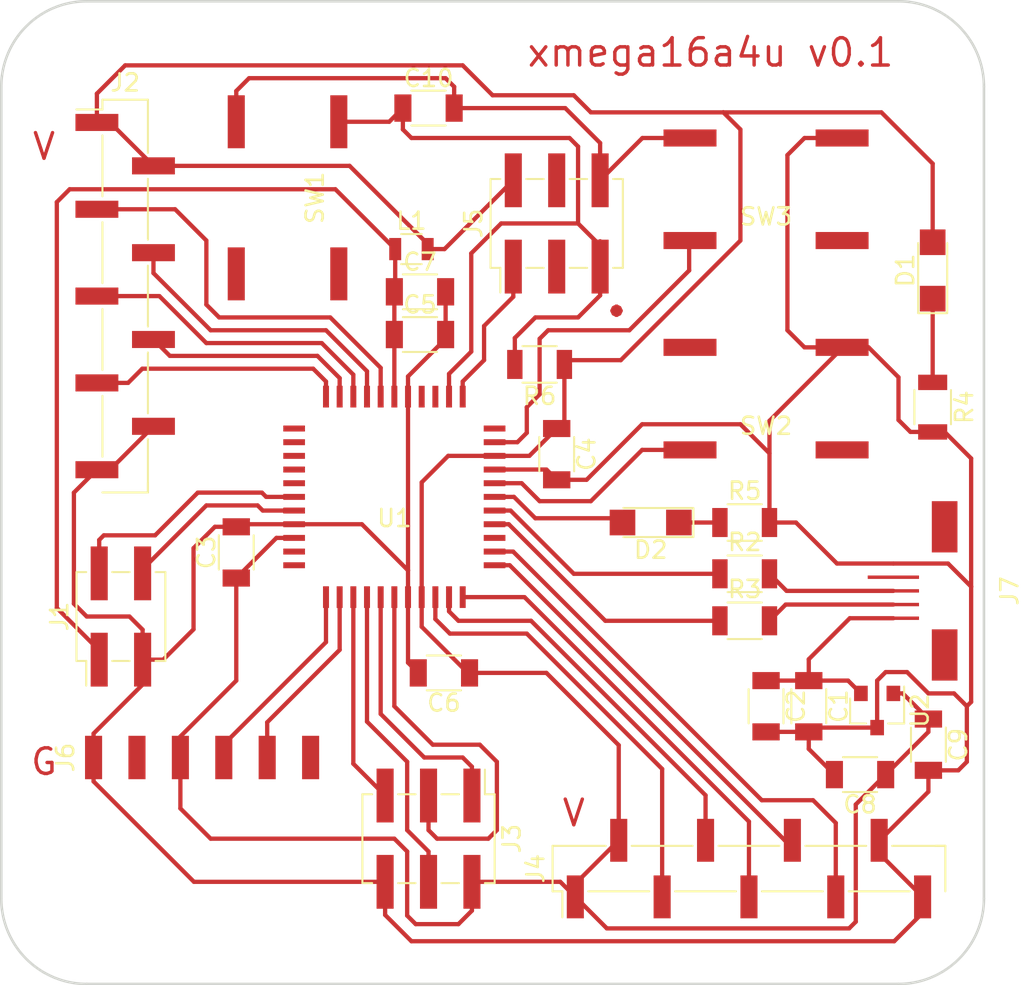
<source format=kicad_pcb>
(kicad_pcb (version 4) (host pcbnew 4.0.6)

  (general
    (links 91)
    (no_connects 6)
    (area 114.924999 62.424999 172.575001 120.075001)
    (thickness 1.6)
    (drawings 13)
    (tracks 319)
    (zones 0)
    (modules 30)
    (nets 50)
  )

  (page A4)
  (layers
    (0 F.Cu signal)
    (31 B.Cu signal)
    (32 B.Adhes user)
    (33 F.Adhes user)
    (34 B.Paste user)
    (35 F.Paste user)
    (36 B.SilkS user)
    (37 F.SilkS user)
    (38 B.Mask user)
    (39 F.Mask user)
    (40 Dwgs.User user)
    (41 Cmts.User user)
    (42 Eco1.User user)
    (43 Eco2.User user)
    (44 Edge.Cuts user)
    (45 Margin user)
    (46 B.CrtYd user)
    (47 F.CrtYd user)
    (48 B.Fab user)
    (49 F.Fab user)
  )

  (setup
    (last_trace_width 0.25)
    (trace_clearance 0.39)
    (zone_clearance 0.508)
    (zone_45_only no)
    (trace_min 0.2)
    (segment_width 0.2)
    (edge_width 0.15)
    (via_size 0.6)
    (via_drill 0.4)
    (via_min_size 0.4)
    (via_min_drill 0.3)
    (uvia_size 0.3)
    (uvia_drill 0.1)
    (uvias_allowed no)
    (uvia_min_size 0.2)
    (uvia_min_drill 0.1)
    (pcb_text_width 0.3)
    (pcb_text_size 1.5 1.5)
    (mod_edge_width 0.15)
    (mod_text_size 1 1)
    (mod_text_width 0.15)
    (pad_size 1.524 1.524)
    (pad_drill 0.762)
    (pad_to_mask_clearance 0.2)
    (aux_axis_origin 0 0)
    (visible_elements FFFFFF7F)
    (pcbplotparams
      (layerselection 0x00030_80000001)
      (usegerberextensions false)
      (excludeedgelayer true)
      (linewidth 0.100000)
      (plotframeref false)
      (viasonmask false)
      (mode 1)
      (useauxorigin false)
      (hpglpennumber 1)
      (hpglpenspeed 20)
      (hpglpendiameter 15)
      (hpglpenoverlay 2)
      (psnegative false)
      (psa4output false)
      (plotreference true)
      (plotvalue true)
      (plotinvisibletext false)
      (padsonsilk false)
      (subtractmaskfromsilk false)
      (outputformat 1)
      (mirror false)
      (drillshape 1)
      (scaleselection 1)
      (outputdirectory ""))
  )

  (net 0 "")
  (net 1 +5V)
  (net 2 GND)
  (net 3 +3V3)
  (net 4 AVCC)
  (net 5 PDI_CLK/RST)
  (net 6 "Net-(D1-Pad1)")
  (net 7 LED)
  (net 8 "Net-(D2-Pad1)")
  (net 9 DAC0)
  (net 10 DAC1)
  (net 11 ADC0)
  (net 12 ADC2)
  (net 13 ADC4)
  (net 14 ADC1)
  (net 15 ADC3)
  (net 16 MISO)
  (net 17 SCK)
  (net 18 MOSI)
  (net 19 CS)
  (net 20 D0)
  (net 21 D2)
  (net 22 D4)
  (net 23 D1)
  (net 24 D3)
  (net 25 PDI_DATA)
  (net 26 "Net-(J5-Pad3)")
  (net 27 "Net-(J5-Pad4)")
  (net 28 TX)
  (net 29 RX)
  (net 30 "Net-(J6-Pad5)")
  (net 31 "Net-(J6-Pad1)")
  (net 32 "Net-(J7-Pad3)")
  (net 33 "Net-(J7-Pad2)")
  (net 34 "Net-(J7-Pad4)")
  (net 35 USB/D+)
  (net 36 USB/D-)
  (net 37 BTN1)
  (net 38 BTN2)
  (net 39 "Net-(U1-Pad1)")
  (net 40 "Net-(U1-Pad2)")
  (net 41 "Net-(U1-Pad3)")
  (net 42 "Net-(U1-Pad4)")
  (net 43 "Net-(U1-Pad5)")
  (net 44 "Net-(U1-Pad10)")
  (net 45 "Net-(U1-Pad11)")
  (net 46 "Net-(U1-Pad25)")
  (net 47 "Net-(U1-Pad33)")
  (net 48 "Net-(U1-Pad36)")
  (net 49 "Net-(U1-Pad37)")

  (net_class Default "This is the default net class."
    (clearance 0.39)
    (trace_width 0.25)
    (via_dia 0.6)
    (via_drill 0.4)
    (uvia_dia 0.3)
    (uvia_drill 0.1)
    (add_net +3V3)
    (add_net +5V)
    (add_net ADC0)
    (add_net ADC1)
    (add_net ADC2)
    (add_net ADC3)
    (add_net ADC4)
    (add_net AVCC)
    (add_net BTN1)
    (add_net BTN2)
    (add_net CS)
    (add_net D0)
    (add_net D1)
    (add_net D2)
    (add_net D3)
    (add_net D4)
    (add_net DAC0)
    (add_net DAC1)
    (add_net GND)
    (add_net LED)
    (add_net MISO)
    (add_net MOSI)
    (add_net "Net-(D1-Pad1)")
    (add_net "Net-(D2-Pad1)")
    (add_net "Net-(J5-Pad3)")
    (add_net "Net-(J5-Pad4)")
    (add_net "Net-(J6-Pad1)")
    (add_net "Net-(J6-Pad5)")
    (add_net "Net-(J7-Pad2)")
    (add_net "Net-(J7-Pad3)")
    (add_net "Net-(J7-Pad4)")
    (add_net "Net-(U1-Pad1)")
    (add_net "Net-(U1-Pad10)")
    (add_net "Net-(U1-Pad11)")
    (add_net "Net-(U1-Pad2)")
    (add_net "Net-(U1-Pad25)")
    (add_net "Net-(U1-Pad3)")
    (add_net "Net-(U1-Pad33)")
    (add_net "Net-(U1-Pad36)")
    (add_net "Net-(U1-Pad37)")
    (add_net "Net-(U1-Pad4)")
    (add_net "Net-(U1-Pad5)")
    (add_net PDI_CLK/RST)
    (add_net PDI_DATA)
    (add_net RX)
    (add_net SCK)
    (add_net TX)
    (add_net USB/D+)
    (add_net USB/D-)
  )

  (module Capacitors_SMD:C_1206 (layer F.Cu) (tedit 58AA84B8) (tstamp 5A393B2D)
    (at 162.25 103.75 270)
    (descr "Capacitor SMD 1206, reflow soldering, AVX (see smccp.pdf)")
    (tags "capacitor 1206")
    (path /5A38933B)
    (attr smd)
    (fp_text reference C1 (at 0 -1.75 270) (layer F.SilkS)
      (effects (font (size 1 1) (thickness 0.15)))
    )
    (fp_text value 1uF (at 0 2 270) (layer F.Fab)
      (effects (font (size 1 1) (thickness 0.15)))
    )
    (fp_text user %R (at 0 -1.75 270) (layer F.Fab)
      (effects (font (size 1 1) (thickness 0.15)))
    )
    (fp_line (start -1.6 0.8) (end -1.6 -0.8) (layer F.Fab) (width 0.1))
    (fp_line (start 1.6 0.8) (end -1.6 0.8) (layer F.Fab) (width 0.1))
    (fp_line (start 1.6 -0.8) (end 1.6 0.8) (layer F.Fab) (width 0.1))
    (fp_line (start -1.6 -0.8) (end 1.6 -0.8) (layer F.Fab) (width 0.1))
    (fp_line (start 1 -1.02) (end -1 -1.02) (layer F.SilkS) (width 0.12))
    (fp_line (start -1 1.02) (end 1 1.02) (layer F.SilkS) (width 0.12))
    (fp_line (start -2.25 -1.05) (end 2.25 -1.05) (layer F.CrtYd) (width 0.05))
    (fp_line (start -2.25 -1.05) (end -2.25 1.05) (layer F.CrtYd) (width 0.05))
    (fp_line (start 2.25 1.05) (end 2.25 -1.05) (layer F.CrtYd) (width 0.05))
    (fp_line (start 2.25 1.05) (end -2.25 1.05) (layer F.CrtYd) (width 0.05))
    (pad 1 smd rect (at -1.5 0 270) (size 1 1.6) (layers F.Cu F.Paste F.Mask)
      (net 1 +5V))
    (pad 2 smd rect (at 1.5 0 270) (size 1 1.6) (layers F.Cu F.Paste F.Mask)
      (net 2 GND))
    (model Capacitors_SMD.3dshapes/C_1206.wrl
      (at (xyz 0 0 0))
      (scale (xyz 1 1 1))
      (rotate (xyz 0 0 0))
    )
  )

  (module Capacitors_SMD:C_1206 (layer F.Cu) (tedit 58AA84B8) (tstamp 5A393B33)
    (at 159.75 103.75 270)
    (descr "Capacitor SMD 1206, reflow soldering, AVX (see smccp.pdf)")
    (tags "capacitor 1206")
    (path /5A385C54)
    (attr smd)
    (fp_text reference C2 (at 0 -1.75 270) (layer F.SilkS)
      (effects (font (size 1 1) (thickness 0.15)))
    )
    (fp_text value 0.1uF (at 0 2 270) (layer F.Fab)
      (effects (font (size 1 1) (thickness 0.15)))
    )
    (fp_text user %R (at 0 -1.75 270) (layer F.Fab)
      (effects (font (size 1 1) (thickness 0.15)))
    )
    (fp_line (start -1.6 0.8) (end -1.6 -0.8) (layer F.Fab) (width 0.1))
    (fp_line (start 1.6 0.8) (end -1.6 0.8) (layer F.Fab) (width 0.1))
    (fp_line (start 1.6 -0.8) (end 1.6 0.8) (layer F.Fab) (width 0.1))
    (fp_line (start -1.6 -0.8) (end 1.6 -0.8) (layer F.Fab) (width 0.1))
    (fp_line (start 1 -1.02) (end -1 -1.02) (layer F.SilkS) (width 0.12))
    (fp_line (start -1 1.02) (end 1 1.02) (layer F.SilkS) (width 0.12))
    (fp_line (start -2.25 -1.05) (end 2.25 -1.05) (layer F.CrtYd) (width 0.05))
    (fp_line (start -2.25 -1.05) (end -2.25 1.05) (layer F.CrtYd) (width 0.05))
    (fp_line (start 2.25 1.05) (end 2.25 -1.05) (layer F.CrtYd) (width 0.05))
    (fp_line (start 2.25 1.05) (end -2.25 1.05) (layer F.CrtYd) (width 0.05))
    (pad 1 smd rect (at -1.5 0 270) (size 1 1.6) (layers F.Cu F.Paste F.Mask)
      (net 1 +5V))
    (pad 2 smd rect (at 1.5 0 270) (size 1 1.6) (layers F.Cu F.Paste F.Mask)
      (net 2 GND))
    (model Capacitors_SMD.3dshapes/C_1206.wrl
      (at (xyz 0 0 0))
      (scale (xyz 1 1 1))
      (rotate (xyz 0 0 0))
    )
  )

  (module Capacitors_SMD:C_1206 (layer F.Cu) (tedit 58AA84B8) (tstamp 5A393B39)
    (at 128.75 94.75 90)
    (descr "Capacitor SMD 1206, reflow soldering, AVX (see smccp.pdf)")
    (tags "capacitor 1206")
    (path /5A391F1D)
    (attr smd)
    (fp_text reference C3 (at 0 -1.75 90) (layer F.SilkS)
      (effects (font (size 1 1) (thickness 0.15)))
    )
    (fp_text value 0.1uF (at 0 2 90) (layer F.Fab)
      (effects (font (size 1 1) (thickness 0.15)))
    )
    (fp_text user %R (at 0 -1.75 90) (layer F.Fab)
      (effects (font (size 1 1) (thickness 0.15)))
    )
    (fp_line (start -1.6 0.8) (end -1.6 -0.8) (layer F.Fab) (width 0.1))
    (fp_line (start 1.6 0.8) (end -1.6 0.8) (layer F.Fab) (width 0.1))
    (fp_line (start 1.6 -0.8) (end 1.6 0.8) (layer F.Fab) (width 0.1))
    (fp_line (start -1.6 -0.8) (end 1.6 -0.8) (layer F.Fab) (width 0.1))
    (fp_line (start 1 -1.02) (end -1 -1.02) (layer F.SilkS) (width 0.12))
    (fp_line (start -1 1.02) (end 1 1.02) (layer F.SilkS) (width 0.12))
    (fp_line (start -2.25 -1.05) (end 2.25 -1.05) (layer F.CrtYd) (width 0.05))
    (fp_line (start -2.25 -1.05) (end -2.25 1.05) (layer F.CrtYd) (width 0.05))
    (fp_line (start 2.25 1.05) (end 2.25 -1.05) (layer F.CrtYd) (width 0.05))
    (fp_line (start 2.25 1.05) (end -2.25 1.05) (layer F.CrtYd) (width 0.05))
    (pad 1 smd rect (at -1.5 0 90) (size 1 1.6) (layers F.Cu F.Paste F.Mask)
      (net 3 +3V3))
    (pad 2 smd rect (at 1.5 0 90) (size 1 1.6) (layers F.Cu F.Paste F.Mask)
      (net 2 GND))
    (model Capacitors_SMD.3dshapes/C_1206.wrl
      (at (xyz 0 0 0))
      (scale (xyz 1 1 1))
      (rotate (xyz 0 0 0))
    )
  )

  (module Capacitors_SMD:C_1206 (layer F.Cu) (tedit 58AA84B8) (tstamp 5A393B3F)
    (at 147.5 89 270)
    (descr "Capacitor SMD 1206, reflow soldering, AVX (see smccp.pdf)")
    (tags "capacitor 1206")
    (path /5A391ED6)
    (attr smd)
    (fp_text reference C4 (at 0 -1.75 270) (layer F.SilkS)
      (effects (font (size 1 1) (thickness 0.15)))
    )
    (fp_text value 0.1uF (at 0 2 270) (layer F.Fab)
      (effects (font (size 1 1) (thickness 0.15)))
    )
    (fp_text user %R (at 0 -1.75 270) (layer F.Fab)
      (effects (font (size 1 1) (thickness 0.15)))
    )
    (fp_line (start -1.6 0.8) (end -1.6 -0.8) (layer F.Fab) (width 0.1))
    (fp_line (start 1.6 0.8) (end -1.6 0.8) (layer F.Fab) (width 0.1))
    (fp_line (start 1.6 -0.8) (end 1.6 0.8) (layer F.Fab) (width 0.1))
    (fp_line (start -1.6 -0.8) (end 1.6 -0.8) (layer F.Fab) (width 0.1))
    (fp_line (start 1 -1.02) (end -1 -1.02) (layer F.SilkS) (width 0.12))
    (fp_line (start -1 1.02) (end 1 1.02) (layer F.SilkS) (width 0.12))
    (fp_line (start -2.25 -1.05) (end 2.25 -1.05) (layer F.CrtYd) (width 0.05))
    (fp_line (start -2.25 -1.05) (end -2.25 1.05) (layer F.CrtYd) (width 0.05))
    (fp_line (start 2.25 1.05) (end 2.25 -1.05) (layer F.CrtYd) (width 0.05))
    (fp_line (start 2.25 1.05) (end -2.25 1.05) (layer F.CrtYd) (width 0.05))
    (pad 1 smd rect (at -1.5 0 270) (size 1 1.6) (layers F.Cu F.Paste F.Mask)
      (net 3 +3V3))
    (pad 2 smd rect (at 1.5 0 270) (size 1 1.6) (layers F.Cu F.Paste F.Mask)
      (net 2 GND))
    (model Capacitors_SMD.3dshapes/C_1206.wrl
      (at (xyz 0 0 0))
      (scale (xyz 1 1 1))
      (rotate (xyz 0 0 0))
    )
  )

  (module Capacitors_SMD:C_1206 (layer F.Cu) (tedit 58AA84B8) (tstamp 5A393B45)
    (at 139.5 82)
    (descr "Capacitor SMD 1206, reflow soldering, AVX (see smccp.pdf)")
    (tags "capacitor 1206")
    (path /5A3939F2)
    (attr smd)
    (fp_text reference C5 (at 0 -1.75) (layer F.SilkS)
      (effects (font (size 1 1) (thickness 0.15)))
    )
    (fp_text value 1uF (at 0 2) (layer F.Fab)
      (effects (font (size 1 1) (thickness 0.15)))
    )
    (fp_text user %R (at 0 -1.75) (layer F.Fab)
      (effects (font (size 1 1) (thickness 0.15)))
    )
    (fp_line (start -1.6 0.8) (end -1.6 -0.8) (layer F.Fab) (width 0.1))
    (fp_line (start 1.6 0.8) (end -1.6 0.8) (layer F.Fab) (width 0.1))
    (fp_line (start 1.6 -0.8) (end 1.6 0.8) (layer F.Fab) (width 0.1))
    (fp_line (start -1.6 -0.8) (end 1.6 -0.8) (layer F.Fab) (width 0.1))
    (fp_line (start 1 -1.02) (end -1 -1.02) (layer F.SilkS) (width 0.12))
    (fp_line (start -1 1.02) (end 1 1.02) (layer F.SilkS) (width 0.12))
    (fp_line (start -2.25 -1.05) (end 2.25 -1.05) (layer F.CrtYd) (width 0.05))
    (fp_line (start -2.25 -1.05) (end -2.25 1.05) (layer F.CrtYd) (width 0.05))
    (fp_line (start 2.25 1.05) (end 2.25 -1.05) (layer F.CrtYd) (width 0.05))
    (fp_line (start 2.25 1.05) (end -2.25 1.05) (layer F.CrtYd) (width 0.05))
    (pad 1 smd rect (at -1.5 0) (size 1 1.6) (layers F.Cu F.Paste F.Mask)
      (net 4 AVCC))
    (pad 2 smd rect (at 1.5 0) (size 1 1.6) (layers F.Cu F.Paste F.Mask)
      (net 2 GND))
    (model Capacitors_SMD.3dshapes/C_1206.wrl
      (at (xyz 0 0 0))
      (scale (xyz 1 1 1))
      (rotate (xyz 0 0 0))
    )
  )

  (module Capacitors_SMD:C_1206 (layer F.Cu) (tedit 58AA84B8) (tstamp 5A393B4B)
    (at 140.9 101.8 180)
    (descr "Capacitor SMD 1206, reflow soldering, AVX (see smccp.pdf)")
    (tags "capacitor 1206")
    (path /5A384EE2)
    (attr smd)
    (fp_text reference C6 (at 0 -1.75 180) (layer F.SilkS)
      (effects (font (size 1 1) (thickness 0.15)))
    )
    (fp_text value 0.1uF (at 0 2 180) (layer F.Fab)
      (effects (font (size 1 1) (thickness 0.15)))
    )
    (fp_text user %R (at 0 -1.75 180) (layer F.Fab)
      (effects (font (size 1 1) (thickness 0.15)))
    )
    (fp_line (start -1.6 0.8) (end -1.6 -0.8) (layer F.Fab) (width 0.1))
    (fp_line (start 1.6 0.8) (end -1.6 0.8) (layer F.Fab) (width 0.1))
    (fp_line (start 1.6 -0.8) (end 1.6 0.8) (layer F.Fab) (width 0.1))
    (fp_line (start -1.6 -0.8) (end 1.6 -0.8) (layer F.Fab) (width 0.1))
    (fp_line (start 1 -1.02) (end -1 -1.02) (layer F.SilkS) (width 0.12))
    (fp_line (start -1 1.02) (end 1 1.02) (layer F.SilkS) (width 0.12))
    (fp_line (start -2.25 -1.05) (end 2.25 -1.05) (layer F.CrtYd) (width 0.05))
    (fp_line (start -2.25 -1.05) (end -2.25 1.05) (layer F.CrtYd) (width 0.05))
    (fp_line (start 2.25 1.05) (end 2.25 -1.05) (layer F.CrtYd) (width 0.05))
    (fp_line (start 2.25 1.05) (end -2.25 1.05) (layer F.CrtYd) (width 0.05))
    (pad 1 smd rect (at -1.5 0 180) (size 1 1.6) (layers F.Cu F.Paste F.Mask)
      (net 3 +3V3))
    (pad 2 smd rect (at 1.5 0 180) (size 1 1.6) (layers F.Cu F.Paste F.Mask)
      (net 2 GND))
    (model Capacitors_SMD.3dshapes/C_1206.wrl
      (at (xyz 0 0 0))
      (scale (xyz 1 1 1))
      (rotate (xyz 0 0 0))
    )
  )

  (module Capacitors_SMD:C_1206 (layer F.Cu) (tedit 58AA84B8) (tstamp 5A393B51)
    (at 139.5 79.5)
    (descr "Capacitor SMD 1206, reflow soldering, AVX (see smccp.pdf)")
    (tags "capacitor 1206")
    (path /5A391F67)
    (attr smd)
    (fp_text reference C7 (at 0 -1.75) (layer F.SilkS)
      (effects (font (size 1 1) (thickness 0.15)))
    )
    (fp_text value 0.1uF (at 0 2) (layer F.Fab)
      (effects (font (size 1 1) (thickness 0.15)))
    )
    (fp_text user %R (at 0 -1.75) (layer F.Fab)
      (effects (font (size 1 1) (thickness 0.15)))
    )
    (fp_line (start -1.6 0.8) (end -1.6 -0.8) (layer F.Fab) (width 0.1))
    (fp_line (start 1.6 0.8) (end -1.6 0.8) (layer F.Fab) (width 0.1))
    (fp_line (start 1.6 -0.8) (end 1.6 0.8) (layer F.Fab) (width 0.1))
    (fp_line (start -1.6 -0.8) (end 1.6 -0.8) (layer F.Fab) (width 0.1))
    (fp_line (start 1 -1.02) (end -1 -1.02) (layer F.SilkS) (width 0.12))
    (fp_line (start -1 1.02) (end 1 1.02) (layer F.SilkS) (width 0.12))
    (fp_line (start -2.25 -1.05) (end 2.25 -1.05) (layer F.CrtYd) (width 0.05))
    (fp_line (start -2.25 -1.05) (end -2.25 1.05) (layer F.CrtYd) (width 0.05))
    (fp_line (start 2.25 1.05) (end 2.25 -1.05) (layer F.CrtYd) (width 0.05))
    (fp_line (start 2.25 1.05) (end -2.25 1.05) (layer F.CrtYd) (width 0.05))
    (pad 1 smd rect (at -1.5 0) (size 1 1.6) (layers F.Cu F.Paste F.Mask)
      (net 4 AVCC))
    (pad 2 smd rect (at 1.5 0) (size 1 1.6) (layers F.Cu F.Paste F.Mask)
      (net 2 GND))
    (model Capacitors_SMD.3dshapes/C_1206.wrl
      (at (xyz 0 0 0))
      (scale (xyz 1 1 1))
      (rotate (xyz 0 0 0))
    )
  )

  (module Capacitors_SMD:C_1206 (layer F.Cu) (tedit 58AA84B8) (tstamp 5A393B57)
    (at 165.25 107.75 180)
    (descr "Capacitor SMD 1206, reflow soldering, AVX (see smccp.pdf)")
    (tags "capacitor 1206")
    (path /5A38643B)
    (attr smd)
    (fp_text reference C8 (at 0 -1.75 180) (layer F.SilkS)
      (effects (font (size 1 1) (thickness 0.15)))
    )
    (fp_text value 1uF (at 0 2 180) (layer F.Fab)
      (effects (font (size 1 1) (thickness 0.15)))
    )
    (fp_text user %R (at 0 -1.75 180) (layer F.Fab)
      (effects (font (size 1 1) (thickness 0.15)))
    )
    (fp_line (start -1.6 0.8) (end -1.6 -0.8) (layer F.Fab) (width 0.1))
    (fp_line (start 1.6 0.8) (end -1.6 0.8) (layer F.Fab) (width 0.1))
    (fp_line (start 1.6 -0.8) (end 1.6 0.8) (layer F.Fab) (width 0.1))
    (fp_line (start -1.6 -0.8) (end 1.6 -0.8) (layer F.Fab) (width 0.1))
    (fp_line (start 1 -1.02) (end -1 -1.02) (layer F.SilkS) (width 0.12))
    (fp_line (start -1 1.02) (end 1 1.02) (layer F.SilkS) (width 0.12))
    (fp_line (start -2.25 -1.05) (end 2.25 -1.05) (layer F.CrtYd) (width 0.05))
    (fp_line (start -2.25 -1.05) (end -2.25 1.05) (layer F.CrtYd) (width 0.05))
    (fp_line (start 2.25 1.05) (end 2.25 -1.05) (layer F.CrtYd) (width 0.05))
    (fp_line (start 2.25 1.05) (end -2.25 1.05) (layer F.CrtYd) (width 0.05))
    (pad 1 smd rect (at -1.5 0 180) (size 1 1.6) (layers F.Cu F.Paste F.Mask)
      (net 3 +3V3))
    (pad 2 smd rect (at 1.5 0 180) (size 1 1.6) (layers F.Cu F.Paste F.Mask)
      (net 2 GND))
    (model Capacitors_SMD.3dshapes/C_1206.wrl
      (at (xyz 0 0 0))
      (scale (xyz 1 1 1))
      (rotate (xyz 0 0 0))
    )
  )

  (module Capacitors_SMD:C_1206 (layer F.Cu) (tedit 58AA84B8) (tstamp 5A393B5D)
    (at 169.25 106 270)
    (descr "Capacitor SMD 1206, reflow soldering, AVX (see smccp.pdf)")
    (tags "capacitor 1206")
    (path /5A385BE6)
    (attr smd)
    (fp_text reference C9 (at 0 -1.75 270) (layer F.SilkS)
      (effects (font (size 1 1) (thickness 0.15)))
    )
    (fp_text value 0.1uF (at 0 2 270) (layer F.Fab)
      (effects (font (size 1 1) (thickness 0.15)))
    )
    (fp_text user %R (at 0 -1.75 270) (layer F.Fab)
      (effects (font (size 1 1) (thickness 0.15)))
    )
    (fp_line (start -1.6 0.8) (end -1.6 -0.8) (layer F.Fab) (width 0.1))
    (fp_line (start 1.6 0.8) (end -1.6 0.8) (layer F.Fab) (width 0.1))
    (fp_line (start 1.6 -0.8) (end 1.6 0.8) (layer F.Fab) (width 0.1))
    (fp_line (start -1.6 -0.8) (end 1.6 -0.8) (layer F.Fab) (width 0.1))
    (fp_line (start 1 -1.02) (end -1 -1.02) (layer F.SilkS) (width 0.12))
    (fp_line (start -1 1.02) (end 1 1.02) (layer F.SilkS) (width 0.12))
    (fp_line (start -2.25 -1.05) (end 2.25 -1.05) (layer F.CrtYd) (width 0.05))
    (fp_line (start -2.25 -1.05) (end -2.25 1.05) (layer F.CrtYd) (width 0.05))
    (fp_line (start 2.25 1.05) (end 2.25 -1.05) (layer F.CrtYd) (width 0.05))
    (fp_line (start 2.25 1.05) (end -2.25 1.05) (layer F.CrtYd) (width 0.05))
    (pad 1 smd rect (at -1.5 0 270) (size 1 1.6) (layers F.Cu F.Paste F.Mask)
      (net 3 +3V3))
    (pad 2 smd rect (at 1.5 0 270) (size 1 1.6) (layers F.Cu F.Paste F.Mask)
      (net 2 GND))
    (model Capacitors_SMD.3dshapes/C_1206.wrl
      (at (xyz 0 0 0))
      (scale (xyz 1 1 1))
      (rotate (xyz 0 0 0))
    )
  )

  (module Capacitors_SMD:C_1206 (layer F.Cu) (tedit 58AA84B8) (tstamp 5A393B63)
    (at 140 68.75)
    (descr "Capacitor SMD 1206, reflow soldering, AVX (see smccp.pdf)")
    (tags "capacitor 1206")
    (path /5A395B4A)
    (attr smd)
    (fp_text reference C10 (at 0 -1.75) (layer F.SilkS)
      (effects (font (size 1 1) (thickness 0.15)))
    )
    (fp_text value 0.1uF (at 0 2) (layer F.Fab)
      (effects (font (size 1 1) (thickness 0.15)))
    )
    (fp_text user %R (at 0 -1.75) (layer F.Fab)
      (effects (font (size 1 1) (thickness 0.15)))
    )
    (fp_line (start -1.6 0.8) (end -1.6 -0.8) (layer F.Fab) (width 0.1))
    (fp_line (start 1.6 0.8) (end -1.6 0.8) (layer F.Fab) (width 0.1))
    (fp_line (start 1.6 -0.8) (end 1.6 0.8) (layer F.Fab) (width 0.1))
    (fp_line (start -1.6 -0.8) (end 1.6 -0.8) (layer F.Fab) (width 0.1))
    (fp_line (start 1 -1.02) (end -1 -1.02) (layer F.SilkS) (width 0.12))
    (fp_line (start -1 1.02) (end 1 1.02) (layer F.SilkS) (width 0.12))
    (fp_line (start -2.25 -1.05) (end 2.25 -1.05) (layer F.CrtYd) (width 0.05))
    (fp_line (start -2.25 -1.05) (end -2.25 1.05) (layer F.CrtYd) (width 0.05))
    (fp_line (start 2.25 1.05) (end 2.25 -1.05) (layer F.CrtYd) (width 0.05))
    (fp_line (start 2.25 1.05) (end -2.25 1.05) (layer F.CrtYd) (width 0.05))
    (pad 1 smd rect (at -1.5 0) (size 1 1.6) (layers F.Cu F.Paste F.Mask)
      (net 5 PDI_CLK/RST))
    (pad 2 smd rect (at 1.5 0) (size 1 1.6) (layers F.Cu F.Paste F.Mask)
      (net 2 GND))
    (model Capacitors_SMD.3dshapes/C_1206.wrl
      (at (xyz 0 0 0))
      (scale (xyz 1 1 1))
      (rotate (xyz 0 0 0))
    )
  )

  (module LEDs:LED_1206 (layer F.Cu) (tedit 57FE943C) (tstamp 5A393B69)
    (at 169.5 78.25 90)
    (descr "LED 1206 smd package")
    (tags "LED led 1206 SMD smd SMT smt smdled SMDLED smtled SMTLED")
    (path /5A387155)
    (attr smd)
    (fp_text reference D1 (at 0 -1.6 90) (layer F.SilkS)
      (effects (font (size 1 1) (thickness 0.15)))
    )
    (fp_text value green (at 0 1.7 90) (layer F.Fab)
      (effects (font (size 1 1) (thickness 0.15)))
    )
    (fp_line (start -2.5 -0.85) (end -2.5 0.85) (layer F.SilkS) (width 0.12))
    (fp_line (start -0.45 -0.4) (end -0.45 0.4) (layer F.Fab) (width 0.1))
    (fp_line (start -0.4 0) (end 0.2 -0.4) (layer F.Fab) (width 0.1))
    (fp_line (start 0.2 0.4) (end -0.4 0) (layer F.Fab) (width 0.1))
    (fp_line (start 0.2 -0.4) (end 0.2 0.4) (layer F.Fab) (width 0.1))
    (fp_line (start 1.6 0.8) (end -1.6 0.8) (layer F.Fab) (width 0.1))
    (fp_line (start 1.6 -0.8) (end 1.6 0.8) (layer F.Fab) (width 0.1))
    (fp_line (start -1.6 -0.8) (end 1.6 -0.8) (layer F.Fab) (width 0.1))
    (fp_line (start -1.6 0.8) (end -1.6 -0.8) (layer F.Fab) (width 0.1))
    (fp_line (start -2.45 0.85) (end 1.6 0.85) (layer F.SilkS) (width 0.12))
    (fp_line (start -2.45 -0.85) (end 1.6 -0.85) (layer F.SilkS) (width 0.12))
    (fp_line (start 2.65 -1) (end 2.65 1) (layer F.CrtYd) (width 0.05))
    (fp_line (start 2.65 1) (end -2.65 1) (layer F.CrtYd) (width 0.05))
    (fp_line (start -2.65 1) (end -2.65 -1) (layer F.CrtYd) (width 0.05))
    (fp_line (start -2.65 -1) (end 2.65 -1) (layer F.CrtYd) (width 0.05))
    (pad 2 smd rect (at 1.65 0 270) (size 1.5 1.5) (layers F.Cu F.Paste F.Mask)
      (net 3 +3V3))
    (pad 1 smd rect (at -1.65 0 270) (size 1.5 1.5) (layers F.Cu F.Paste F.Mask)
      (net 6 "Net-(D1-Pad1)"))
    (model ${KISYS3DMOD}/LEDs.3dshapes/LED_1206.wrl
      (at (xyz 0 0 0))
      (scale (xyz 1 1 1))
      (rotate (xyz 0 0 180))
    )
  )

  (module LEDs:LED_1206 (layer F.Cu) (tedit 57FE943C) (tstamp 5A393B6F)
    (at 153 93 180)
    (descr "LED 1206 smd package")
    (tags "LED led 1206 SMD smd SMT smt smdled SMDLED smtled SMTLED")
    (path /5A3966B2)
    (attr smd)
    (fp_text reference D2 (at 0 -1.6 180) (layer F.SilkS)
      (effects (font (size 1 1) (thickness 0.15)))
    )
    (fp_text value green (at 0 1.7 180) (layer F.Fab)
      (effects (font (size 1 1) (thickness 0.15)))
    )
    (fp_line (start -2.5 -0.85) (end -2.5 0.85) (layer F.SilkS) (width 0.12))
    (fp_line (start -0.45 -0.4) (end -0.45 0.4) (layer F.Fab) (width 0.1))
    (fp_line (start -0.4 0) (end 0.2 -0.4) (layer F.Fab) (width 0.1))
    (fp_line (start 0.2 0.4) (end -0.4 0) (layer F.Fab) (width 0.1))
    (fp_line (start 0.2 -0.4) (end 0.2 0.4) (layer F.Fab) (width 0.1))
    (fp_line (start 1.6 0.8) (end -1.6 0.8) (layer F.Fab) (width 0.1))
    (fp_line (start 1.6 -0.8) (end 1.6 0.8) (layer F.Fab) (width 0.1))
    (fp_line (start -1.6 -0.8) (end 1.6 -0.8) (layer F.Fab) (width 0.1))
    (fp_line (start -1.6 0.8) (end -1.6 -0.8) (layer F.Fab) (width 0.1))
    (fp_line (start -2.45 0.85) (end 1.6 0.85) (layer F.SilkS) (width 0.12))
    (fp_line (start -2.45 -0.85) (end 1.6 -0.85) (layer F.SilkS) (width 0.12))
    (fp_line (start 2.65 -1) (end 2.65 1) (layer F.CrtYd) (width 0.05))
    (fp_line (start 2.65 1) (end -2.65 1) (layer F.CrtYd) (width 0.05))
    (fp_line (start -2.65 1) (end -2.65 -1) (layer F.CrtYd) (width 0.05))
    (fp_line (start -2.65 -1) (end 2.65 -1) (layer F.CrtYd) (width 0.05))
    (pad 2 smd rect (at 1.65 0) (size 1.5 1.5) (layers F.Cu F.Paste F.Mask)
      (net 7 LED))
    (pad 1 smd rect (at -1.65 0) (size 1.5 1.5) (layers F.Cu F.Paste F.Mask)
      (net 8 "Net-(D2-Pad1)"))
    (model ${KISYS3DMOD}/LEDs.3dshapes/LED_1206.wrl
      (at (xyz 0 0 0))
      (scale (xyz 1 1 1))
      (rotate (xyz 0 0 180))
    )
  )

  (module Pin_Headers:Pin_Header_Straight_2x02_Pitch2.54mm_SMD (layer F.Cu) (tedit 59650532) (tstamp 5A393B77)
    (at 122 98.5 90)
    (descr "surface-mounted straight pin header, 2x02, 2.54mm pitch, double rows")
    (tags "Surface mounted pin header SMD 2x02 2.54mm double row")
    (path /5A39AC22)
    (attr smd)
    (fp_text reference J1 (at 0 -3.6 90) (layer F.SilkS)
      (effects (font (size 1 1) (thickness 0.15)))
    )
    (fp_text value CONN_02X02 (at 0 3.6 90) (layer F.Fab)
      (effects (font (size 1 1) (thickness 0.15)))
    )
    (fp_line (start 2.54 2.54) (end -2.54 2.54) (layer F.Fab) (width 0.1))
    (fp_line (start -1.59 -2.54) (end 2.54 -2.54) (layer F.Fab) (width 0.1))
    (fp_line (start -2.54 2.54) (end -2.54 -1.59) (layer F.Fab) (width 0.1))
    (fp_line (start -2.54 -1.59) (end -1.59 -2.54) (layer F.Fab) (width 0.1))
    (fp_line (start 2.54 -2.54) (end 2.54 2.54) (layer F.Fab) (width 0.1))
    (fp_line (start -2.54 -1.59) (end -3.6 -1.59) (layer F.Fab) (width 0.1))
    (fp_line (start -3.6 -1.59) (end -3.6 -0.95) (layer F.Fab) (width 0.1))
    (fp_line (start -3.6 -0.95) (end -2.54 -0.95) (layer F.Fab) (width 0.1))
    (fp_line (start 2.54 -1.59) (end 3.6 -1.59) (layer F.Fab) (width 0.1))
    (fp_line (start 3.6 -1.59) (end 3.6 -0.95) (layer F.Fab) (width 0.1))
    (fp_line (start 3.6 -0.95) (end 2.54 -0.95) (layer F.Fab) (width 0.1))
    (fp_line (start -2.54 0.95) (end -3.6 0.95) (layer F.Fab) (width 0.1))
    (fp_line (start -3.6 0.95) (end -3.6 1.59) (layer F.Fab) (width 0.1))
    (fp_line (start -3.6 1.59) (end -2.54 1.59) (layer F.Fab) (width 0.1))
    (fp_line (start 2.54 0.95) (end 3.6 0.95) (layer F.Fab) (width 0.1))
    (fp_line (start 3.6 0.95) (end 3.6 1.59) (layer F.Fab) (width 0.1))
    (fp_line (start 3.6 1.59) (end 2.54 1.59) (layer F.Fab) (width 0.1))
    (fp_line (start -2.6 -2.6) (end 2.6 -2.6) (layer F.SilkS) (width 0.12))
    (fp_line (start -2.6 2.6) (end 2.6 2.6) (layer F.SilkS) (width 0.12))
    (fp_line (start -4.04 -2.03) (end -2.6 -2.03) (layer F.SilkS) (width 0.12))
    (fp_line (start -2.6 -2.6) (end -2.6 -2.03) (layer F.SilkS) (width 0.12))
    (fp_line (start 2.6 -2.6) (end 2.6 -2.03) (layer F.SilkS) (width 0.12))
    (fp_line (start -2.6 2.03) (end -2.6 2.6) (layer F.SilkS) (width 0.12))
    (fp_line (start 2.6 2.03) (end 2.6 2.6) (layer F.SilkS) (width 0.12))
    (fp_line (start -2.6 -0.51) (end -2.6 0.51) (layer F.SilkS) (width 0.12))
    (fp_line (start 2.6 -0.51) (end 2.6 0.51) (layer F.SilkS) (width 0.12))
    (fp_line (start -5.9 -3.05) (end -5.9 3.05) (layer F.CrtYd) (width 0.05))
    (fp_line (start -5.9 3.05) (end 5.9 3.05) (layer F.CrtYd) (width 0.05))
    (fp_line (start 5.9 3.05) (end 5.9 -3.05) (layer F.CrtYd) (width 0.05))
    (fp_line (start 5.9 -3.05) (end -5.9 -3.05) (layer F.CrtYd) (width 0.05))
    (fp_text user %R (at 0 0 180) (layer F.Fab)
      (effects (font (size 1 1) (thickness 0.15)))
    )
    (pad 1 smd rect (at -2.525 -1.27 90) (size 3.15 1) (layers F.Cu F.Paste F.Mask)
      (net 4 AVCC))
    (pad 2 smd rect (at 2.525 -1.27 90) (size 3.15 1) (layers F.Cu F.Paste F.Mask)
      (net 9 DAC0))
    (pad 3 smd rect (at -2.525 1.27 90) (size 3.15 1) (layers F.Cu F.Paste F.Mask)
      (net 2 GND))
    (pad 4 smd rect (at 2.525 1.27 90) (size 3.15 1) (layers F.Cu F.Paste F.Mask)
      (net 10 DAC1))
    (model ${KISYS3DMOD}/Pin_Headers.3dshapes/Pin_Header_Straight_2x02_Pitch2.54mm_SMD.wrl
      (at (xyz 0 0 0))
      (scale (xyz 1 1 1))
      (rotate (xyz 0 0 0))
    )
  )

  (module Pin_Headers:Pin_Header_Straight_1x09_Pitch2.54mm_SMD_Pin1Left (layer F.Cu) (tedit 5A3997A5) (tstamp 5A393B84)
    (at 122.25 79.75)
    (descr "surface-mounted straight pin header, 1x09, 2.54mm pitch, single row, style 1 (pin 1 left)")
    (tags "Surface mounted pin header SMD 1x09 2.54mm single row style1 pin1 left")
    (path /5A3912B1)
    (attr smd)
    (fp_text reference J2 (at 0 -12.49) (layer F.SilkS)
      (effects (font (size 1 1) (thickness 0.15)))
    )
    (fp_text value CONN_01X09 (at 0 12.49) (layer F.Fab)
      (effects (font (size 1 1) (thickness 0.15)))
    )
    (fp_line (start 1.27 11.43) (end -1.27 11.43) (layer F.Fab) (width 0.1))
    (fp_line (start -0.32 -11.43) (end 1.27 -11.43) (layer F.Fab) (width 0.1))
    (fp_line (start -1.27 11.43) (end -1.27 -10.48) (layer F.Fab) (width 0.1))
    (fp_line (start -1.27 -10.48) (end -0.32 -11.43) (layer F.Fab) (width 0.1))
    (fp_line (start 1.27 -11.43) (end 1.27 11.43) (layer F.Fab) (width 0.1))
    (fp_line (start -1.27 -10.48) (end -2.54 -10.48) (layer F.Fab) (width 0.1))
    (fp_line (start -2.54 -10.48) (end -2.54 -9.84) (layer F.Fab) (width 0.1))
    (fp_line (start -2.54 -9.84) (end -1.27 -9.84) (layer F.Fab) (width 0.1))
    (fp_line (start -1.27 -5.4) (end -2.54 -5.4) (layer F.Fab) (width 0.1))
    (fp_line (start -2.54 -5.4) (end -2.54 -4.76) (layer F.Fab) (width 0.1))
    (fp_line (start -2.54 -4.76) (end -1.27 -4.76) (layer F.Fab) (width 0.1))
    (fp_line (start -1.27 -0.32) (end -2.54 -0.32) (layer F.Fab) (width 0.1))
    (fp_line (start -2.54 -0.32) (end -2.54 0.32) (layer F.Fab) (width 0.1))
    (fp_line (start -2.54 0.32) (end -1.27 0.32) (layer F.Fab) (width 0.1))
    (fp_line (start -1.27 4.76) (end -2.54 4.76) (layer F.Fab) (width 0.1))
    (fp_line (start -2.54 4.76) (end -2.54 5.4) (layer F.Fab) (width 0.1))
    (fp_line (start -2.54 5.4) (end -1.27 5.4) (layer F.Fab) (width 0.1))
    (fp_line (start -1.27 9.84) (end -2.54 9.84) (layer F.Fab) (width 0.1))
    (fp_line (start -2.54 9.84) (end -2.54 10.48) (layer F.Fab) (width 0.1))
    (fp_line (start -2.54 10.48) (end -1.27 10.48) (layer F.Fab) (width 0.1))
    (fp_line (start 1.27 -7.94) (end 2.54 -7.94) (layer F.Fab) (width 0.1))
    (fp_line (start 2.54 -7.94) (end 2.54 -7.3) (layer F.Fab) (width 0.1))
    (fp_line (start 2.54 -7.3) (end 1.27 -7.3) (layer F.Fab) (width 0.1))
    (fp_line (start 1.27 -2.86) (end 2.54 -2.86) (layer F.Fab) (width 0.1))
    (fp_line (start 2.54 -2.86) (end 2.54 -2.22) (layer F.Fab) (width 0.1))
    (fp_line (start 2.54 -2.22) (end 1.27 -2.22) (layer F.Fab) (width 0.1))
    (fp_line (start 1.27 2.22) (end 2.54 2.22) (layer F.Fab) (width 0.1))
    (fp_line (start 2.54 2.22) (end 2.54 2.86) (layer F.Fab) (width 0.1))
    (fp_line (start 2.54 2.86) (end 1.27 2.86) (layer F.Fab) (width 0.1))
    (fp_line (start 1.27 7.3) (end 2.54 7.3) (layer F.Fab) (width 0.1))
    (fp_line (start 2.54 7.3) (end 2.54 7.94) (layer F.Fab) (width 0.1))
    (fp_line (start 2.54 7.94) (end 1.27 7.94) (layer F.Fab) (width 0.1))
    (fp_line (start -1.33 -11.49) (end 1.33 -11.49) (layer F.SilkS) (width 0.12))
    (fp_line (start -1.33 11.49) (end 1.33 11.49) (layer F.SilkS) (width 0.12))
    (fp_line (start 1.33 -11.49) (end 1.33 -8.38) (layer F.SilkS) (width 0.12))
    (fp_line (start -1.33 -10.92) (end -2.85 -10.92) (layer F.SilkS) (width 0.12))
    (fp_line (start -1.33 -11.49) (end -1.33 -10.92) (layer F.SilkS) (width 0.12))
    (fp_line (start 1.33 10.92) (end 1.33 11.49) (layer F.SilkS) (width 0.12))
    (fp_line (start 1.33 -6.86) (end 1.33 -3.3) (layer F.SilkS) (width 0.12))
    (fp_line (start 1.33 -1.78) (end 1.33 1.78) (layer F.SilkS) (width 0.12))
    (fp_line (start 1.33 3.3) (end 1.33 6.86) (layer F.SilkS) (width 0.12))
    (fp_line (start 1.33 8.38) (end 1.33 11.49) (layer F.SilkS) (width 0.12))
    (fp_line (start -1.33 -9.4) (end -1.33 -5.84) (layer F.SilkS) (width 0.12))
    (fp_line (start -1.33 -4.32) (end -1.33 -0.76) (layer F.SilkS) (width 0.12))
    (fp_line (start -1.33 0.76) (end -1.33 4.32) (layer F.SilkS) (width 0.12))
    (fp_line (start -1.33 5.84) (end -1.33 9.4) (layer F.SilkS) (width 0.12))
    (fp_line (start -3.45 -11.95) (end -3.45 11.95) (layer F.CrtYd) (width 0.05))
    (fp_line (start -3.45 11.95) (end 3.45 11.95) (layer F.CrtYd) (width 0.05))
    (fp_line (start 3.45 11.95) (end 3.45 -11.95) (layer F.CrtYd) (width 0.05))
    (fp_line (start 3.45 -11.95) (end -3.45 -11.95) (layer F.CrtYd) (width 0.05))
    (fp_text user %R (at 0 0 90) (layer F.Fab)
      (effects (font (size 1 1) (thickness 0.15)))
    )
    (pad 1 smd rect (at -1.655 -10.16) (size 2.51 1) (layers F.Cu F.Paste F.Mask)
      (net 3 +3V3))
    (pad 3 smd rect (at -1.655 -5.08) (size 2.51 1) (layers F.Cu F.Paste F.Mask)
      (net 11 ADC0))
    (pad 5 smd rect (at -1.655 0) (size 2.51 1) (layers F.Cu F.Paste F.Mask)
      (net 12 ADC2))
    (pad 7 smd rect (at -1.655 5.08) (size 2.51 1) (layers F.Cu F.Paste F.Mask)
      (net 13 ADC4))
    (pad 9 smd rect (at -1.655 10.16) (size 2.51 1) (layers F.Cu F.Paste F.Mask)
      (net 2 GND))
    (pad 2 smd rect (at 1.655 -7.62) (size 2.51 1) (layers F.Cu F.Paste F.Mask)
      (net 3 +3V3))
    (pad 4 smd rect (at 1.655 -2.54) (size 2.51 1) (layers F.Cu F.Paste F.Mask)
      (net 14 ADC1))
    (pad 6 smd rect (at 1.655 2.54) (size 2.51 1) (layers F.Cu F.Paste F.Mask)
      (net 15 ADC3))
    (pad 8 smd rect (at 1.655 7.62) (size 2.51 1) (layers F.Cu F.Paste F.Mask)
      (net 2 GND))
    (model ${KISYS3DMOD}/Pin_Headers.3dshapes/Pin_Header_Straight_1x09_Pitch2.54mm_SMD_Pin1Left.wrl
      (at (xyz 0 0 0))
      (scale (xyz 1 1 1))
      (rotate (xyz 0 0 0))
    )
  )

  (module Pin_Headers:Pin_Header_Straight_2x03_Pitch2.54mm_SMD (layer F.Cu) (tedit 59650532) (tstamp 5A393B8E)
    (at 140 111.5 270)
    (descr "surface-mounted straight pin header, 2x03, 2.54mm pitch, double rows")
    (tags "Surface mounted pin header SMD 2x03 2.54mm double row")
    (path /5A3949A2)
    (attr smd)
    (fp_text reference J3 (at 0 -4.87 270) (layer F.SilkS)
      (effects (font (size 1 1) (thickness 0.15)))
    )
    (fp_text value CONN_02X03 (at 0 4.87 270) (layer F.Fab)
      (effects (font (size 1 1) (thickness 0.15)))
    )
    (fp_line (start 2.54 3.81) (end -2.54 3.81) (layer F.Fab) (width 0.1))
    (fp_line (start -1.59 -3.81) (end 2.54 -3.81) (layer F.Fab) (width 0.1))
    (fp_line (start -2.54 3.81) (end -2.54 -2.86) (layer F.Fab) (width 0.1))
    (fp_line (start -2.54 -2.86) (end -1.59 -3.81) (layer F.Fab) (width 0.1))
    (fp_line (start 2.54 -3.81) (end 2.54 3.81) (layer F.Fab) (width 0.1))
    (fp_line (start -2.54 -2.86) (end -3.6 -2.86) (layer F.Fab) (width 0.1))
    (fp_line (start -3.6 -2.86) (end -3.6 -2.22) (layer F.Fab) (width 0.1))
    (fp_line (start -3.6 -2.22) (end -2.54 -2.22) (layer F.Fab) (width 0.1))
    (fp_line (start 2.54 -2.86) (end 3.6 -2.86) (layer F.Fab) (width 0.1))
    (fp_line (start 3.6 -2.86) (end 3.6 -2.22) (layer F.Fab) (width 0.1))
    (fp_line (start 3.6 -2.22) (end 2.54 -2.22) (layer F.Fab) (width 0.1))
    (fp_line (start -2.54 -0.32) (end -3.6 -0.32) (layer F.Fab) (width 0.1))
    (fp_line (start -3.6 -0.32) (end -3.6 0.32) (layer F.Fab) (width 0.1))
    (fp_line (start -3.6 0.32) (end -2.54 0.32) (layer F.Fab) (width 0.1))
    (fp_line (start 2.54 -0.32) (end 3.6 -0.32) (layer F.Fab) (width 0.1))
    (fp_line (start 3.6 -0.32) (end 3.6 0.32) (layer F.Fab) (width 0.1))
    (fp_line (start 3.6 0.32) (end 2.54 0.32) (layer F.Fab) (width 0.1))
    (fp_line (start -2.54 2.22) (end -3.6 2.22) (layer F.Fab) (width 0.1))
    (fp_line (start -3.6 2.22) (end -3.6 2.86) (layer F.Fab) (width 0.1))
    (fp_line (start -3.6 2.86) (end -2.54 2.86) (layer F.Fab) (width 0.1))
    (fp_line (start 2.54 2.22) (end 3.6 2.22) (layer F.Fab) (width 0.1))
    (fp_line (start 3.6 2.22) (end 3.6 2.86) (layer F.Fab) (width 0.1))
    (fp_line (start 3.6 2.86) (end 2.54 2.86) (layer F.Fab) (width 0.1))
    (fp_line (start -2.6 -3.87) (end 2.6 -3.87) (layer F.SilkS) (width 0.12))
    (fp_line (start -2.6 3.87) (end 2.6 3.87) (layer F.SilkS) (width 0.12))
    (fp_line (start -4.04 -3.3) (end -2.6 -3.3) (layer F.SilkS) (width 0.12))
    (fp_line (start -2.6 -3.87) (end -2.6 -3.3) (layer F.SilkS) (width 0.12))
    (fp_line (start 2.6 -3.87) (end 2.6 -3.3) (layer F.SilkS) (width 0.12))
    (fp_line (start -2.6 3.3) (end -2.6 3.87) (layer F.SilkS) (width 0.12))
    (fp_line (start 2.6 3.3) (end 2.6 3.87) (layer F.SilkS) (width 0.12))
    (fp_line (start -2.6 -1.78) (end -2.6 -0.76) (layer F.SilkS) (width 0.12))
    (fp_line (start 2.6 -1.78) (end 2.6 -0.76) (layer F.SilkS) (width 0.12))
    (fp_line (start -2.6 0.76) (end -2.6 1.78) (layer F.SilkS) (width 0.12))
    (fp_line (start 2.6 0.76) (end 2.6 1.78) (layer F.SilkS) (width 0.12))
    (fp_line (start -5.9 -4.35) (end -5.9 4.35) (layer F.CrtYd) (width 0.05))
    (fp_line (start -5.9 4.35) (end 5.9 4.35) (layer F.CrtYd) (width 0.05))
    (fp_line (start 5.9 4.35) (end 5.9 -4.35) (layer F.CrtYd) (width 0.05))
    (fp_line (start 5.9 -4.35) (end -5.9 -4.35) (layer F.CrtYd) (width 0.05))
    (fp_text user %R (at 0 0 360) (layer F.Fab)
      (effects (font (size 1 1) (thickness 0.15)))
    )
    (pad 1 smd rect (at -2.525 -2.54 270) (size 3.15 1) (layers F.Cu F.Paste F.Mask)
      (net 16 MISO))
    (pad 2 smd rect (at 2.525 -2.54 270) (size 3.15 1) (layers F.Cu F.Paste F.Mask)
      (net 3 +3V3))
    (pad 3 smd rect (at -2.525 0 270) (size 3.15 1) (layers F.Cu F.Paste F.Mask)
      (net 17 SCK))
    (pad 4 smd rect (at 2.525 0 270) (size 3.15 1) (layers F.Cu F.Paste F.Mask)
      (net 18 MOSI))
    (pad 5 smd rect (at -2.525 2.54 270) (size 3.15 1) (layers F.Cu F.Paste F.Mask)
      (net 19 CS))
    (pad 6 smd rect (at 2.525 2.54 270) (size 3.15 1) (layers F.Cu F.Paste F.Mask)
      (net 2 GND))
    (model ${KISYS3DMOD}/Pin_Headers.3dshapes/Pin_Header_Straight_2x03_Pitch2.54mm_SMD.wrl
      (at (xyz 0 0 0))
      (scale (xyz 1 1 1))
      (rotate (xyz 0 0 0))
    )
  )

  (module Pin_Headers:Pin_Header_Straight_1x09_Pitch2.54mm_SMD_Pin1Left (layer F.Cu) (tedit 59650532) (tstamp 5A393B9B)
    (at 158.75 113.25 90)
    (descr "surface-mounted straight pin header, 1x09, 2.54mm pitch, single row, style 1 (pin 1 left)")
    (tags "Surface mounted pin header SMD 1x09 2.54mm single row style1 pin1 left")
    (path /5A391392)
    (attr smd)
    (fp_text reference J4 (at 0 -12.49 90) (layer F.SilkS)
      (effects (font (size 1 1) (thickness 0.15)))
    )
    (fp_text value CONN_01X09 (at 0 12.49 90) (layer F.Fab)
      (effects (font (size 1 1) (thickness 0.15)))
    )
    (fp_line (start 1.27 11.43) (end -1.27 11.43) (layer F.Fab) (width 0.1))
    (fp_line (start -0.32 -11.43) (end 1.27 -11.43) (layer F.Fab) (width 0.1))
    (fp_line (start -1.27 11.43) (end -1.27 -10.48) (layer F.Fab) (width 0.1))
    (fp_line (start -1.27 -10.48) (end -0.32 -11.43) (layer F.Fab) (width 0.1))
    (fp_line (start 1.27 -11.43) (end 1.27 11.43) (layer F.Fab) (width 0.1))
    (fp_line (start -1.27 -10.48) (end -2.54 -10.48) (layer F.Fab) (width 0.1))
    (fp_line (start -2.54 -10.48) (end -2.54 -9.84) (layer F.Fab) (width 0.1))
    (fp_line (start -2.54 -9.84) (end -1.27 -9.84) (layer F.Fab) (width 0.1))
    (fp_line (start -1.27 -5.4) (end -2.54 -5.4) (layer F.Fab) (width 0.1))
    (fp_line (start -2.54 -5.4) (end -2.54 -4.76) (layer F.Fab) (width 0.1))
    (fp_line (start -2.54 -4.76) (end -1.27 -4.76) (layer F.Fab) (width 0.1))
    (fp_line (start -1.27 -0.32) (end -2.54 -0.32) (layer F.Fab) (width 0.1))
    (fp_line (start -2.54 -0.32) (end -2.54 0.32) (layer F.Fab) (width 0.1))
    (fp_line (start -2.54 0.32) (end -1.27 0.32) (layer F.Fab) (width 0.1))
    (fp_line (start -1.27 4.76) (end -2.54 4.76) (layer F.Fab) (width 0.1))
    (fp_line (start -2.54 4.76) (end -2.54 5.4) (layer F.Fab) (width 0.1))
    (fp_line (start -2.54 5.4) (end -1.27 5.4) (layer F.Fab) (width 0.1))
    (fp_line (start -1.27 9.84) (end -2.54 9.84) (layer F.Fab) (width 0.1))
    (fp_line (start -2.54 9.84) (end -2.54 10.48) (layer F.Fab) (width 0.1))
    (fp_line (start -2.54 10.48) (end -1.27 10.48) (layer F.Fab) (width 0.1))
    (fp_line (start 1.27 -7.94) (end 2.54 -7.94) (layer F.Fab) (width 0.1))
    (fp_line (start 2.54 -7.94) (end 2.54 -7.3) (layer F.Fab) (width 0.1))
    (fp_line (start 2.54 -7.3) (end 1.27 -7.3) (layer F.Fab) (width 0.1))
    (fp_line (start 1.27 -2.86) (end 2.54 -2.86) (layer F.Fab) (width 0.1))
    (fp_line (start 2.54 -2.86) (end 2.54 -2.22) (layer F.Fab) (width 0.1))
    (fp_line (start 2.54 -2.22) (end 1.27 -2.22) (layer F.Fab) (width 0.1))
    (fp_line (start 1.27 2.22) (end 2.54 2.22) (layer F.Fab) (width 0.1))
    (fp_line (start 2.54 2.22) (end 2.54 2.86) (layer F.Fab) (width 0.1))
    (fp_line (start 2.54 2.86) (end 1.27 2.86) (layer F.Fab) (width 0.1))
    (fp_line (start 1.27 7.3) (end 2.54 7.3) (layer F.Fab) (width 0.1))
    (fp_line (start 2.54 7.3) (end 2.54 7.94) (layer F.Fab) (width 0.1))
    (fp_line (start 2.54 7.94) (end 1.27 7.94) (layer F.Fab) (width 0.1))
    (fp_line (start -1.33 -11.49) (end 1.33 -11.49) (layer F.SilkS) (width 0.12))
    (fp_line (start -1.33 11.49) (end 1.33 11.49) (layer F.SilkS) (width 0.12))
    (fp_line (start 1.33 -11.49) (end 1.33 -8.38) (layer F.SilkS) (width 0.12))
    (fp_line (start -1.33 -10.92) (end -2.85 -10.92) (layer F.SilkS) (width 0.12))
    (fp_line (start -1.33 -11.49) (end -1.33 -10.92) (layer F.SilkS) (width 0.12))
    (fp_line (start 1.33 10.92) (end 1.33 11.49) (layer F.SilkS) (width 0.12))
    (fp_line (start 1.33 -6.86) (end 1.33 -3.3) (layer F.SilkS) (width 0.12))
    (fp_line (start 1.33 -1.78) (end 1.33 1.78) (layer F.SilkS) (width 0.12))
    (fp_line (start 1.33 3.3) (end 1.33 6.86) (layer F.SilkS) (width 0.12))
    (fp_line (start 1.33 8.38) (end 1.33 11.49) (layer F.SilkS) (width 0.12))
    (fp_line (start -1.33 -9.4) (end -1.33 -5.84) (layer F.SilkS) (width 0.12))
    (fp_line (start -1.33 -4.32) (end -1.33 -0.76) (layer F.SilkS) (width 0.12))
    (fp_line (start -1.33 0.76) (end -1.33 4.32) (layer F.SilkS) (width 0.12))
    (fp_line (start -1.33 5.84) (end -1.33 9.4) (layer F.SilkS) (width 0.12))
    (fp_line (start -3.45 -11.95) (end -3.45 11.95) (layer F.CrtYd) (width 0.05))
    (fp_line (start -3.45 11.95) (end 3.45 11.95) (layer F.CrtYd) (width 0.05))
    (fp_line (start 3.45 11.95) (end 3.45 -11.95) (layer F.CrtYd) (width 0.05))
    (fp_line (start 3.45 -11.95) (end -3.45 -11.95) (layer F.CrtYd) (width 0.05))
    (fp_text user %R (at 0 0 180) (layer F.Fab)
      (effects (font (size 1 1) (thickness 0.15)))
    )
    (pad 1 smd rect (at -1.655 -10.16 90) (size 2.51 1) (layers F.Cu F.Paste F.Mask)
      (net 3 +3V3))
    (pad 3 smd rect (at -1.655 -5.08 90) (size 2.51 1) (layers F.Cu F.Paste F.Mask)
      (net 20 D0))
    (pad 5 smd rect (at -1.655 0 90) (size 2.51 1) (layers F.Cu F.Paste F.Mask)
      (net 21 D2))
    (pad 7 smd rect (at -1.655 5.08 90) (size 2.51 1) (layers F.Cu F.Paste F.Mask)
      (net 22 D4))
    (pad 9 smd rect (at -1.655 10.16 90) (size 2.51 1) (layers F.Cu F.Paste F.Mask)
      (net 2 GND))
    (pad 2 smd rect (at 1.655 -7.62 90) (size 2.51 1) (layers F.Cu F.Paste F.Mask)
      (net 3 +3V3))
    (pad 4 smd rect (at 1.655 -2.54 90) (size 2.51 1) (layers F.Cu F.Paste F.Mask)
      (net 23 D1))
    (pad 6 smd rect (at 1.655 2.54 90) (size 2.51 1) (layers F.Cu F.Paste F.Mask)
      (net 24 D3))
    (pad 8 smd rect (at 1.655 7.62 90) (size 2.51 1) (layers F.Cu F.Paste F.Mask)
      (net 2 GND))
    (model ${KISYS3DMOD}/Pin_Headers.3dshapes/Pin_Header_Straight_1x09_Pitch2.54mm_SMD_Pin1Left.wrl
      (at (xyz 0 0 0))
      (scale (xyz 1 1 1))
      (rotate (xyz 0 0 0))
    )
  )

  (module Pin_Headers:Pin_Header_Straight_2x03_Pitch2.54mm_SMD (layer F.Cu) (tedit 59650532) (tstamp 5A393BA5)
    (at 147.5 75.5 90)
    (descr "surface-mounted straight pin header, 2x03, 2.54mm pitch, double rows")
    (tags "Surface mounted pin header SMD 2x03 2.54mm double row")
    (path /5A3851D2)
    (attr smd)
    (fp_text reference J5 (at 0 -4.87 90) (layer F.SilkS)
      (effects (font (size 1 1) (thickness 0.15)))
    )
    (fp_text value CONN_02X03 (at 0 4.87 90) (layer F.Fab)
      (effects (font (size 1 1) (thickness 0.15)))
    )
    (fp_line (start 2.54 3.81) (end -2.54 3.81) (layer F.Fab) (width 0.1))
    (fp_line (start -1.59 -3.81) (end 2.54 -3.81) (layer F.Fab) (width 0.1))
    (fp_line (start -2.54 3.81) (end -2.54 -2.86) (layer F.Fab) (width 0.1))
    (fp_line (start -2.54 -2.86) (end -1.59 -3.81) (layer F.Fab) (width 0.1))
    (fp_line (start 2.54 -3.81) (end 2.54 3.81) (layer F.Fab) (width 0.1))
    (fp_line (start -2.54 -2.86) (end -3.6 -2.86) (layer F.Fab) (width 0.1))
    (fp_line (start -3.6 -2.86) (end -3.6 -2.22) (layer F.Fab) (width 0.1))
    (fp_line (start -3.6 -2.22) (end -2.54 -2.22) (layer F.Fab) (width 0.1))
    (fp_line (start 2.54 -2.86) (end 3.6 -2.86) (layer F.Fab) (width 0.1))
    (fp_line (start 3.6 -2.86) (end 3.6 -2.22) (layer F.Fab) (width 0.1))
    (fp_line (start 3.6 -2.22) (end 2.54 -2.22) (layer F.Fab) (width 0.1))
    (fp_line (start -2.54 -0.32) (end -3.6 -0.32) (layer F.Fab) (width 0.1))
    (fp_line (start -3.6 -0.32) (end -3.6 0.32) (layer F.Fab) (width 0.1))
    (fp_line (start -3.6 0.32) (end -2.54 0.32) (layer F.Fab) (width 0.1))
    (fp_line (start 2.54 -0.32) (end 3.6 -0.32) (layer F.Fab) (width 0.1))
    (fp_line (start 3.6 -0.32) (end 3.6 0.32) (layer F.Fab) (width 0.1))
    (fp_line (start 3.6 0.32) (end 2.54 0.32) (layer F.Fab) (width 0.1))
    (fp_line (start -2.54 2.22) (end -3.6 2.22) (layer F.Fab) (width 0.1))
    (fp_line (start -3.6 2.22) (end -3.6 2.86) (layer F.Fab) (width 0.1))
    (fp_line (start -3.6 2.86) (end -2.54 2.86) (layer F.Fab) (width 0.1))
    (fp_line (start 2.54 2.22) (end 3.6 2.22) (layer F.Fab) (width 0.1))
    (fp_line (start 3.6 2.22) (end 3.6 2.86) (layer F.Fab) (width 0.1))
    (fp_line (start 3.6 2.86) (end 2.54 2.86) (layer F.Fab) (width 0.1))
    (fp_line (start -2.6 -3.87) (end 2.6 -3.87) (layer F.SilkS) (width 0.12))
    (fp_line (start -2.6 3.87) (end 2.6 3.87) (layer F.SilkS) (width 0.12))
    (fp_line (start -4.04 -3.3) (end -2.6 -3.3) (layer F.SilkS) (width 0.12))
    (fp_line (start -2.6 -3.87) (end -2.6 -3.3) (layer F.SilkS) (width 0.12))
    (fp_line (start 2.6 -3.87) (end 2.6 -3.3) (layer F.SilkS) (width 0.12))
    (fp_line (start -2.6 3.3) (end -2.6 3.87) (layer F.SilkS) (width 0.12))
    (fp_line (start 2.6 3.3) (end 2.6 3.87) (layer F.SilkS) (width 0.12))
    (fp_line (start -2.6 -1.78) (end -2.6 -0.76) (layer F.SilkS) (width 0.12))
    (fp_line (start 2.6 -1.78) (end 2.6 -0.76) (layer F.SilkS) (width 0.12))
    (fp_line (start -2.6 0.76) (end -2.6 1.78) (layer F.SilkS) (width 0.12))
    (fp_line (start 2.6 0.76) (end 2.6 1.78) (layer F.SilkS) (width 0.12))
    (fp_line (start -5.9 -4.35) (end -5.9 4.35) (layer F.CrtYd) (width 0.05))
    (fp_line (start -5.9 4.35) (end 5.9 4.35) (layer F.CrtYd) (width 0.05))
    (fp_line (start 5.9 4.35) (end 5.9 -4.35) (layer F.CrtYd) (width 0.05))
    (fp_line (start 5.9 -4.35) (end -5.9 -4.35) (layer F.CrtYd) (width 0.05))
    (fp_text user %R (at 0 0 180) (layer F.Fab)
      (effects (font (size 1 1) (thickness 0.15)))
    )
    (pad 1 smd rect (at -2.525 -2.54 90) (size 3.15 1) (layers F.Cu F.Paste F.Mask)
      (net 25 PDI_DATA))
    (pad 2 smd rect (at 2.525 -2.54 90) (size 3.15 1) (layers F.Cu F.Paste F.Mask)
      (net 3 +3V3))
    (pad 3 smd rect (at -2.525 0 90) (size 3.15 1) (layers F.Cu F.Paste F.Mask)
      (net 26 "Net-(J5-Pad3)"))
    (pad 4 smd rect (at 2.525 0 90) (size 3.15 1) (layers F.Cu F.Paste F.Mask)
      (net 27 "Net-(J5-Pad4)"))
    (pad 5 smd rect (at -2.525 2.54 90) (size 3.15 1) (layers F.Cu F.Paste F.Mask)
      (net 5 PDI_CLK/RST))
    (pad 6 smd rect (at 2.525 2.54 90) (size 3.15 1) (layers F.Cu F.Paste F.Mask)
      (net 2 GND))
    (model ${KISYS3DMOD}/Pin_Headers.3dshapes/Pin_Header_Straight_2x03_Pitch2.54mm_SMD.wrl
      (at (xyz 0 0 0))
      (scale (xyz 1 1 1))
      (rotate (xyz 0 0 0))
    )
  )

  (module Personal:1x6_smd_pads (layer F.Cu) (tedit 5A393A68) (tstamp 5A393BB2)
    (at 126.75 106.75 270)
    (path /5A393C5E)
    (fp_text reference J6 (at 0 8 270) (layer F.SilkS)
      (effects (font (size 1 1) (thickness 0.15)))
    )
    (fp_text value CONN_01X06 (at 0 -8 270) (layer F.Fab) hide
      (effects (font (size 1 1) (thickness 0.15)))
    )
    (fp_line (start 11 -7) (end 11 7) (layer F.Fab) (width 0.1))
    (fp_line (start 0 -7) (end 11 -7) (layer F.Fab) (width 0.1))
    (fp_line (start 0 7) (end 11 7) (layer F.Fab) (width 0.1))
    (pad 4 smd rect (at 0 1.27 270) (size 2.54 1) (layers F.Cu F.Paste F.Mask)
      (net 3 +3V3))
    (pad 3 smd rect (at 0 -1.27 270) (size 2.54 1) (layers F.Cu F.Paste F.Mask)
      (net 28 TX))
    (pad 2 smd rect (at 0 -3.81 270) (size 2.54 1) (layers F.Cu F.Paste F.Mask)
      (net 29 RX))
    (pad 5 smd rect (at 0 3.81 270) (size 2.54 1) (layers F.Cu F.Paste F.Mask)
      (net 30 "Net-(J6-Pad5)"))
    (pad 6 smd rect (at 0 6.35 270) (size 2.54 1) (layers F.Cu F.Paste F.Mask)
      (net 2 GND))
    (pad 1 smd rect (at 0 -6.35 270) (size 2.54 1) (layers F.Cu F.Paste F.Mask)
      (net 31 "Net-(J6-Pad1)"))
  )

  (module Personal:microUSB_SZ_hand (layer F.Cu) (tedit 5A3901B4) (tstamp 5A393BBD)
    (at 172.5 97 90)
    (path /5A385803)
    (fp_text reference J7 (at 0 1.5 90) (layer F.SilkS)
      (effects (font (size 1 1) (thickness 0.15)))
    )
    (fp_text value USB_OTG (at 0 -7.75 90) (layer F.Fab) hide
      (effects (font (size 1 1) (thickness 0.15)))
    )
    (fp_line (start -3.75 0) (end -3.75 0.5) (layer F.Fab) (width 0.1))
    (fp_line (start -3.75 0.5) (end 3.75 0.5) (layer F.Fab) (width 0.1))
    (fp_line (start 3.75 0.5) (end 3.75 0) (layer F.Fab) (width 0.1))
    (fp_line (start -3.75 0) (end -3.75 -4.5) (layer F.Fab) (width 0.1))
    (fp_line (start -3.75 -4.5) (end 3.75 -4.5) (layer F.Fab) (width 0.1))
    (fp_line (start 3.75 -4.5) (end 3.75 0) (layer F.Fab) (width 0.1))
    (fp_line (start -3.75 0) (end 3.75 0) (layer F.Fab) (width 0.1))
    (pad 3 smd rect (at 0 -5.3 90) (size 0.2 3) (layers F.Cu F.Paste F.Mask)
      (net 32 "Net-(J7-Pad3)"))
    (pad 2 smd rect (at -0.8 -5.3 90) (size 0.2 3) (layers F.Cu F.Paste F.Mask)
      (net 33 "Net-(J7-Pad2)"))
    (pad 1 smd rect (at -1.6 -5.3 90) (size 0.2 3) (layers F.Cu F.Paste F.Mask)
      (net 1 +5V))
    (pad 4 smd rect (at 0.8 -5.3 90) (size 0.2 3) (layers F.Cu F.Paste F.Mask)
      (net 34 "Net-(J7-Pad4)"))
    (pad 5 smd rect (at 1.6 -5.3 90) (size 0.2 3) (layers F.Cu F.Paste F.Mask)
      (net 2 GND))
    (pad "" smd rect (at -3.75 -2.3 90) (size 3 1.5) (layers F.Cu F.Paste F.Mask))
    (pad "" smd rect (at 3.75 -2.3 90) (size 3 1.5) (layers F.Cu F.Paste F.Mask))
  )

  (module Resistors_SMD:R_0805 (layer F.Cu) (tedit 5A39E813) (tstamp 5A393BC3)
    (at 139 77)
    (descr "Resistor SMD 0805, reflow soldering, Vishay (see dcrcw.pdf)")
    (tags "resistor 0805")
    (path /5A399162)
    (attr smd)
    (fp_text reference L1 (at 0 -1.65) (layer F.SilkS)
      (effects (font (size 1 1) (thickness 0.15)))
    )
    (fp_text value Ferrite_Bead_Small (at 0 1.75) (layer F.Fab) hide
      (effects (font (size 1 1) (thickness 0.15)))
    )
    (fp_text user %R (at 0 0) (layer F.Fab)
      (effects (font (size 0.5 0.5) (thickness 0.075)))
    )
    (fp_line (start -1 0.62) (end -1 -0.62) (layer F.Fab) (width 0.1))
    (fp_line (start 1 0.62) (end -1 0.62) (layer F.Fab) (width 0.1))
    (fp_line (start 1 -0.62) (end 1 0.62) (layer F.Fab) (width 0.1))
    (fp_line (start -1 -0.62) (end 1 -0.62) (layer F.Fab) (width 0.1))
    (fp_line (start 0.6 0.88) (end -0.6 0.88) (layer F.SilkS) (width 0.12))
    (fp_line (start -0.6 -0.88) (end 0.6 -0.88) (layer F.SilkS) (width 0.12))
    (fp_line (start -1.55 -0.9) (end 1.55 -0.9) (layer F.CrtYd) (width 0.05))
    (fp_line (start -1.55 -0.9) (end -1.55 0.9) (layer F.CrtYd) (width 0.05))
    (fp_line (start 1.55 0.9) (end 1.55 -0.9) (layer F.CrtYd) (width 0.05))
    (fp_line (start 1.55 0.9) (end -1.55 0.9) (layer F.CrtYd) (width 0.05))
    (pad 1 smd rect (at -0.95 0) (size 0.7 1.3) (layers F.Cu F.Paste F.Mask)
      (net 4 AVCC))
    (pad 2 smd rect (at 0.95 0) (size 0.7 1.3) (layers F.Cu F.Paste F.Mask)
      (net 3 +3V3))
    (model ${KISYS3DMOD}/Resistors_SMD.3dshapes/R_0805.wrl
      (at (xyz 0 0 0))
      (scale (xyz 1 1 1))
      (rotate (xyz 0 0 0))
    )
  )

  (module Resistors_SMD:R_1206 (layer F.Cu) (tedit 58E0A804) (tstamp 5A393BCF)
    (at 158.5 96)
    (descr "Resistor SMD 1206, reflow soldering, Vishay (see dcrcw.pdf)")
    (tags "resistor 1206")
    (path /5A388BE0)
    (attr smd)
    (fp_text reference R2 (at 0 -1.85) (layer F.SilkS)
      (effects (font (size 1 1) (thickness 0.15)))
    )
    (fp_text value 22 (at 0 1.95) (layer F.Fab)
      (effects (font (size 1 1) (thickness 0.15)))
    )
    (fp_text user %R (at 0 0) (layer F.Fab)
      (effects (font (size 0.7 0.7) (thickness 0.105)))
    )
    (fp_line (start -1.6 0.8) (end -1.6 -0.8) (layer F.Fab) (width 0.1))
    (fp_line (start 1.6 0.8) (end -1.6 0.8) (layer F.Fab) (width 0.1))
    (fp_line (start 1.6 -0.8) (end 1.6 0.8) (layer F.Fab) (width 0.1))
    (fp_line (start -1.6 -0.8) (end 1.6 -0.8) (layer F.Fab) (width 0.1))
    (fp_line (start 1 1.07) (end -1 1.07) (layer F.SilkS) (width 0.12))
    (fp_line (start -1 -1.07) (end 1 -1.07) (layer F.SilkS) (width 0.12))
    (fp_line (start -2.15 -1.11) (end 2.15 -1.11) (layer F.CrtYd) (width 0.05))
    (fp_line (start -2.15 -1.11) (end -2.15 1.1) (layer F.CrtYd) (width 0.05))
    (fp_line (start 2.15 1.1) (end 2.15 -1.11) (layer F.CrtYd) (width 0.05))
    (fp_line (start 2.15 1.1) (end -2.15 1.1) (layer F.CrtYd) (width 0.05))
    (pad 1 smd rect (at -1.45 0) (size 0.9 1.7) (layers F.Cu F.Paste F.Mask)
      (net 35 USB/D+))
    (pad 2 smd rect (at 1.45 0) (size 0.9 1.7) (layers F.Cu F.Paste F.Mask)
      (net 32 "Net-(J7-Pad3)"))
    (model ${KISYS3DMOD}/Resistors_SMD.3dshapes/R_1206.wrl
      (at (xyz 0 0 0))
      (scale (xyz 1 1 1))
      (rotate (xyz 0 0 0))
    )
  )

  (module Resistors_SMD:R_1206 (layer F.Cu) (tedit 58E0A804) (tstamp 5A393BD5)
    (at 158.5 98.75)
    (descr "Resistor SMD 1206, reflow soldering, Vishay (see dcrcw.pdf)")
    (tags "resistor 1206")
    (path /5A388956)
    (attr smd)
    (fp_text reference R3 (at 0 -1.85) (layer F.SilkS)
      (effects (font (size 1 1) (thickness 0.15)))
    )
    (fp_text value 22 (at 0 1.95) (layer F.Fab)
      (effects (font (size 1 1) (thickness 0.15)))
    )
    (fp_text user %R (at 0 0) (layer F.Fab)
      (effects (font (size 0.7 0.7) (thickness 0.105)))
    )
    (fp_line (start -1.6 0.8) (end -1.6 -0.8) (layer F.Fab) (width 0.1))
    (fp_line (start 1.6 0.8) (end -1.6 0.8) (layer F.Fab) (width 0.1))
    (fp_line (start 1.6 -0.8) (end 1.6 0.8) (layer F.Fab) (width 0.1))
    (fp_line (start -1.6 -0.8) (end 1.6 -0.8) (layer F.Fab) (width 0.1))
    (fp_line (start 1 1.07) (end -1 1.07) (layer F.SilkS) (width 0.12))
    (fp_line (start -1 -1.07) (end 1 -1.07) (layer F.SilkS) (width 0.12))
    (fp_line (start -2.15 -1.11) (end 2.15 -1.11) (layer F.CrtYd) (width 0.05))
    (fp_line (start -2.15 -1.11) (end -2.15 1.1) (layer F.CrtYd) (width 0.05))
    (fp_line (start 2.15 1.1) (end 2.15 -1.11) (layer F.CrtYd) (width 0.05))
    (fp_line (start 2.15 1.1) (end -2.15 1.1) (layer F.CrtYd) (width 0.05))
    (pad 1 smd rect (at -1.45 0) (size 0.9 1.7) (layers F.Cu F.Paste F.Mask)
      (net 36 USB/D-))
    (pad 2 smd rect (at 1.45 0) (size 0.9 1.7) (layers F.Cu F.Paste F.Mask)
      (net 33 "Net-(J7-Pad2)"))
    (model ${KISYS3DMOD}/Resistors_SMD.3dshapes/R_1206.wrl
      (at (xyz 0 0 0))
      (scale (xyz 1 1 1))
      (rotate (xyz 0 0 0))
    )
  )

  (module Resistors_SMD:R_1206 (layer F.Cu) (tedit 58E0A804) (tstamp 5A393BDB)
    (at 169.5 86.25 270)
    (descr "Resistor SMD 1206, reflow soldering, Vishay (see dcrcw.pdf)")
    (tags "resistor 1206")
    (path /5A3873EB)
    (attr smd)
    (fp_text reference R4 (at 0 -1.85 270) (layer F.SilkS)
      (effects (font (size 1 1) (thickness 0.15)))
    )
    (fp_text value 1k (at 0 1.95 270) (layer F.Fab)
      (effects (font (size 1 1) (thickness 0.15)))
    )
    (fp_text user %R (at 0 0 270) (layer F.Fab)
      (effects (font (size 0.7 0.7) (thickness 0.105)))
    )
    (fp_line (start -1.6 0.8) (end -1.6 -0.8) (layer F.Fab) (width 0.1))
    (fp_line (start 1.6 0.8) (end -1.6 0.8) (layer F.Fab) (width 0.1))
    (fp_line (start 1.6 -0.8) (end 1.6 0.8) (layer F.Fab) (width 0.1))
    (fp_line (start -1.6 -0.8) (end 1.6 -0.8) (layer F.Fab) (width 0.1))
    (fp_line (start 1 1.07) (end -1 1.07) (layer F.SilkS) (width 0.12))
    (fp_line (start -1 -1.07) (end 1 -1.07) (layer F.SilkS) (width 0.12))
    (fp_line (start -2.15 -1.11) (end 2.15 -1.11) (layer F.CrtYd) (width 0.05))
    (fp_line (start -2.15 -1.11) (end -2.15 1.1) (layer F.CrtYd) (width 0.05))
    (fp_line (start 2.15 1.1) (end 2.15 -1.11) (layer F.CrtYd) (width 0.05))
    (fp_line (start 2.15 1.1) (end -2.15 1.1) (layer F.CrtYd) (width 0.05))
    (pad 1 smd rect (at -1.45 0 270) (size 0.9 1.7) (layers F.Cu F.Paste F.Mask)
      (net 6 "Net-(D1-Pad1)"))
    (pad 2 smd rect (at 1.45 0 270) (size 0.9 1.7) (layers F.Cu F.Paste F.Mask)
      (net 2 GND))
    (model ${KISYS3DMOD}/Resistors_SMD.3dshapes/R_1206.wrl
      (at (xyz 0 0 0))
      (scale (xyz 1 1 1))
      (rotate (xyz 0 0 0))
    )
  )

  (module Resistors_SMD:R_1206 (layer F.Cu) (tedit 58E0A804) (tstamp 5A393BE1)
    (at 158.5 93)
    (descr "Resistor SMD 1206, reflow soldering, Vishay (see dcrcw.pdf)")
    (tags "resistor 1206")
    (path /5A3966B8)
    (attr smd)
    (fp_text reference R5 (at 0 -1.85) (layer F.SilkS)
      (effects (font (size 1 1) (thickness 0.15)))
    )
    (fp_text value 1k (at 0 1.95) (layer F.Fab)
      (effects (font (size 1 1) (thickness 0.15)))
    )
    (fp_text user %R (at 0 0) (layer F.Fab)
      (effects (font (size 0.7 0.7) (thickness 0.105)))
    )
    (fp_line (start -1.6 0.8) (end -1.6 -0.8) (layer F.Fab) (width 0.1))
    (fp_line (start 1.6 0.8) (end -1.6 0.8) (layer F.Fab) (width 0.1))
    (fp_line (start 1.6 -0.8) (end 1.6 0.8) (layer F.Fab) (width 0.1))
    (fp_line (start -1.6 -0.8) (end 1.6 -0.8) (layer F.Fab) (width 0.1))
    (fp_line (start 1 1.07) (end -1 1.07) (layer F.SilkS) (width 0.12))
    (fp_line (start -1 -1.07) (end 1 -1.07) (layer F.SilkS) (width 0.12))
    (fp_line (start -2.15 -1.11) (end 2.15 -1.11) (layer F.CrtYd) (width 0.05))
    (fp_line (start -2.15 -1.11) (end -2.15 1.1) (layer F.CrtYd) (width 0.05))
    (fp_line (start 2.15 1.1) (end 2.15 -1.11) (layer F.CrtYd) (width 0.05))
    (fp_line (start 2.15 1.1) (end -2.15 1.1) (layer F.CrtYd) (width 0.05))
    (pad 1 smd rect (at -1.45 0) (size 0.9 1.7) (layers F.Cu F.Paste F.Mask)
      (net 8 "Net-(D2-Pad1)"))
    (pad 2 smd rect (at 1.45 0) (size 0.9 1.7) (layers F.Cu F.Paste F.Mask)
      (net 2 GND))
    (model ${KISYS3DMOD}/Resistors_SMD.3dshapes/R_1206.wrl
      (at (xyz 0 0 0))
      (scale (xyz 1 1 1))
      (rotate (xyz 0 0 0))
    )
  )

  (module Resistors_SMD:R_1206 (layer F.Cu) (tedit 58E0A804) (tstamp 5A393BE7)
    (at 146.5 83.75 180)
    (descr "Resistor SMD 1206, reflow soldering, Vishay (see dcrcw.pdf)")
    (tags "resistor 1206")
    (path /5A39479C)
    (attr smd)
    (fp_text reference R6 (at 0 -1.85 180) (layer F.SilkS)
      (effects (font (size 1 1) (thickness 0.15)))
    )
    (fp_text value 10k (at 0 1.95 180) (layer F.Fab)
      (effects (font (size 1 1) (thickness 0.15)))
    )
    (fp_text user %R (at 0 0 180) (layer F.Fab)
      (effects (font (size 0.7 0.7) (thickness 0.105)))
    )
    (fp_line (start -1.6 0.8) (end -1.6 -0.8) (layer F.Fab) (width 0.1))
    (fp_line (start 1.6 0.8) (end -1.6 0.8) (layer F.Fab) (width 0.1))
    (fp_line (start 1.6 -0.8) (end 1.6 0.8) (layer F.Fab) (width 0.1))
    (fp_line (start -1.6 -0.8) (end 1.6 -0.8) (layer F.Fab) (width 0.1))
    (fp_line (start 1 1.07) (end -1 1.07) (layer F.SilkS) (width 0.12))
    (fp_line (start -1 -1.07) (end 1 -1.07) (layer F.SilkS) (width 0.12))
    (fp_line (start -2.15 -1.11) (end 2.15 -1.11) (layer F.CrtYd) (width 0.05))
    (fp_line (start -2.15 -1.11) (end -2.15 1.1) (layer F.CrtYd) (width 0.05))
    (fp_line (start 2.15 1.1) (end 2.15 -1.11) (layer F.CrtYd) (width 0.05))
    (fp_line (start 2.15 1.1) (end -2.15 1.1) (layer F.CrtYd) (width 0.05))
    (pad 1 smd rect (at -1.45 0 180) (size 0.9 1.7) (layers F.Cu F.Paste F.Mask)
      (net 3 +3V3))
    (pad 2 smd rect (at 1.45 0 180) (size 0.9 1.7) (layers F.Cu F.Paste F.Mask)
      (net 5 PDI_CLK/RST))
    (model ${KISYS3DMOD}/Resistors_SMD.3dshapes/R_1206.wrl
      (at (xyz 0 0 0))
      (scale (xyz 1 1 1))
      (rotate (xyz 0 0 0))
    )
  )

  (module Personal:tl6120_switch (layer F.Cu) (tedit 597783CA) (tstamp 5A393BEF)
    (at 130.75 74 90)
    (path /5A3935D2)
    (fp_text reference SW1 (at 0 2.6 90) (layer F.SilkS)
      (effects (font (size 1 1) (thickness 0.15)))
    )
    (fp_text value SW_DIP_x01 (at 0 0.3 90) (layer F.Fab)
      (effects (font (size 1 1) (thickness 0.15)))
    )
    (pad 2 smd rect (at -4.45 -2 90) (size 3.1 1) (layers F.Cu F.Paste F.Mask)
      (net 2 GND))
    (pad 2 smd rect (at 4.45 -2 90) (size 3.1 1) (layers F.Cu F.Paste F.Mask)
      (net 2 GND))
    (pad 1 smd rect (at -4.45 4 90) (size 3.1 1) (layers F.Cu F.Paste F.Mask)
      (net 5 PDI_CLK/RST))
    (pad 1 smd rect (at 4.45 4 90) (size 3.1 1) (layers F.Cu F.Paste F.Mask)
      (net 5 PDI_CLK/RST))
  )

  (module Personal:tl6120_switch (layer F.Cu) (tedit 597783CA) (tstamp 5A393BF7)
    (at 159.75 84.75)
    (path /5A39364C)
    (fp_text reference SW2 (at 0 2.6) (layer F.SilkS)
      (effects (font (size 1 1) (thickness 0.15)))
    )
    (fp_text value SW_DIP_x01 (at 0 0.3) (layer F.Fab)
      (effects (font (size 1 1) (thickness 0.15)))
    )
    (pad 2 smd rect (at -4.45 -2) (size 3.1 1) (layers F.Cu F.Paste F.Mask)
      (net 2 GND))
    (pad 2 smd rect (at 4.45 -2) (size 3.1 1) (layers F.Cu F.Paste F.Mask)
      (net 2 GND))
    (pad 1 smd rect (at -4.45 4) (size 3.1 1) (layers F.Cu F.Paste F.Mask)
      (net 37 BTN1))
    (pad 1 smd rect (at 4.45 4) (size 3.1 1) (layers F.Cu F.Paste F.Mask)
      (net 37 BTN1))
  )

  (module Personal:tl6120_switch (layer F.Cu) (tedit 597783CA) (tstamp 5A393BFF)
    (at 159.75 72.5)
    (path /5A3936A7)
    (fp_text reference SW3 (at 0 2.6) (layer F.SilkS)
      (effects (font (size 1 1) (thickness 0.15)))
    )
    (fp_text value SW_DIP_x01 (at 0 0.3) (layer F.Fab)
      (effects (font (size 1 1) (thickness 0.15)))
    )
    (pad 2 smd rect (at -4.45 -2) (size 3.1 1) (layers F.Cu F.Paste F.Mask)
      (net 2 GND))
    (pad 2 smd rect (at 4.45 -2) (size 3.1 1) (layers F.Cu F.Paste F.Mask)
      (net 2 GND))
    (pad 1 smd rect (at -4.45 4) (size 3.1 1) (layers F.Cu F.Paste F.Mask)
      (net 38 BTN2))
    (pad 1 smd rect (at 4.45 4) (size 3.1 1) (layers F.Cu F.Paste F.Mask)
      (net 38 BTN2))
  )

  (module Personal:44-TQFP (layer F.Cu) (tedit 5A384A14) (tstamp 5A393C2F)
    (at 138 91.5)
    (path /5A384D85)
    (fp_text reference U1 (at 0 1.25) (layer F.SilkS)
      (effects (font (size 1 1) (thickness 0.15)))
    )
    (fp_text value ATXMEGA16A4U-AU (at 0 -1.5) (layer F.Fab)
      (effects (font (size 1 1) (thickness 0.15)))
    )
    (fp_circle (center -4 -4) (end -3.75 -4) (layer F.Fab) (width 0.1))
    (fp_line (start -5 -5) (end 5 -5) (layer F.Fab) (width 0.1))
    (fp_line (start 5 -5) (end 5 5) (layer F.Fab) (width 0.1))
    (fp_line (start 5 5) (end -5 5) (layer F.Fab) (width 0.1))
    (fp_line (start -5 5) (end -5 -5) (layer F.Fab) (width 0.1))
    (pad 1 smd rect (at -5.865 -4) (size 1.27 0.35) (layers F.Cu F.Paste F.Mask)
      (net 39 "Net-(U1-Pad1)"))
    (pad 2 smd rect (at -5.865 -3.2) (size 1.27 0.35) (layers F.Cu F.Paste F.Mask)
      (net 40 "Net-(U1-Pad2)"))
    (pad 3 smd rect (at -5.865 -2.4) (size 1.27 0.35) (layers F.Cu F.Paste F.Mask)
      (net 41 "Net-(U1-Pad3)"))
    (pad 4 smd rect (at -5.865 -1.6) (size 1.27 0.35) (layers F.Cu F.Paste F.Mask)
      (net 42 "Net-(U1-Pad4)"))
    (pad 5 smd rect (at -5.865 -0.8) (size 1.27 0.35) (layers F.Cu F.Paste F.Mask)
      (net 43 "Net-(U1-Pad5)"))
    (pad 6 smd rect (at -5.865 0) (size 1.27 0.35) (layers F.Cu F.Paste F.Mask)
      (net 9 DAC0))
    (pad 7 smd rect (at -5.865 0.8) (size 1.27 0.35) (layers F.Cu F.Paste F.Mask)
      (net 10 DAC1))
    (pad 8 smd rect (at -5.865 1.6) (size 1.27 0.35) (layers F.Cu F.Paste F.Mask)
      (net 2 GND))
    (pad 9 smd rect (at -5.865 2.4) (size 1.27 0.35) (layers F.Cu F.Paste F.Mask)
      (net 3 +3V3))
    (pad 10 smd rect (at -5.865 3.2) (size 1.27 0.35) (layers F.Cu F.Paste F.Mask)
      (net 44 "Net-(U1-Pad10)"))
    (pad 11 smd rect (at -5.865 4) (size 1.27 0.35) (layers F.Cu F.Paste F.Mask)
      (net 45 "Net-(U1-Pad11)"))
    (pad 12 smd rect (at -4 5.865) (size 0.35 1.27) (layers F.Cu F.Paste F.Mask)
      (net 28 TX))
    (pad 13 smd rect (at -3.2 5.865) (size 0.35 1.27) (layers F.Cu F.Paste F.Mask)
      (net 29 RX))
    (pad 14 smd rect (at -2.4 5.865) (size 0.35 1.27) (layers F.Cu F.Paste F.Mask)
      (net 19 CS))
    (pad 15 smd rect (at -1.6 5.865) (size 0.35 1.27) (layers F.Cu F.Paste F.Mask)
      (net 18 MOSI))
    (pad 16 smd rect (at -0.8 5.865) (size 0.35 1.27) (layers F.Cu F.Paste F.Mask)
      (net 16 MISO))
    (pad 17 smd rect (at 0 5.865) (size 0.35 1.27) (layers F.Cu F.Paste F.Mask)
      (net 17 SCK))
    (pad 18 smd rect (at 0.8 5.865) (size 0.35 1.27) (layers F.Cu F.Paste F.Mask)
      (net 2 GND))
    (pad 19 smd rect (at 1.6 5.865) (size 0.35 1.27) (layers F.Cu F.Paste F.Mask)
      (net 3 +3V3))
    (pad 20 smd rect (at 2.4 5.865) (size 0.35 1.27) (layers F.Cu F.Paste F.Mask)
      (net 20 D0))
    (pad 21 smd rect (at 3.2 5.865) (size 0.35 1.27) (layers F.Cu F.Paste F.Mask)
      (net 23 D1))
    (pad 22 smd rect (at 4 5.865) (size 0.35 1.27) (layers F.Cu F.Paste F.Mask)
      (net 21 D2))
    (pad 23 smd rect (at 5.865 4) (size 1.27 0.35) (layers F.Cu F.Paste F.Mask)
      (net 24 D3))
    (pad 24 smd rect (at 5.865 3.2) (size 1.27 0.35) (layers F.Cu F.Paste F.Mask)
      (net 22 D4))
    (pad 25 smd rect (at 5.865 2.4) (size 1.27 0.35) (layers F.Cu F.Paste F.Mask)
      (net 46 "Net-(U1-Pad25)"))
    (pad 26 smd rect (at 5.865 1.6) (size 1.27 0.35) (layers F.Cu F.Paste F.Mask)
      (net 36 USB/D-))
    (pad 27 smd rect (at 5.865 0.8) (size 1.27 0.35) (layers F.Cu F.Paste F.Mask)
      (net 35 USB/D+))
    (pad 28 smd rect (at 5.865 0) (size 1.27 0.35) (layers F.Cu F.Paste F.Mask)
      (net 7 LED))
    (pad 29 smd rect (at 5.865 -0.8) (size 1.27 0.35) (layers F.Cu F.Paste F.Mask)
      (net 37 BTN1))
    (pad 30 smd rect (at 5.865 -1.6) (size 1.27 0.35) (layers F.Cu F.Paste F.Mask)
      (net 2 GND))
    (pad 31 smd rect (at 5.865 -2.4) (size 1.27 0.35) (layers F.Cu F.Paste F.Mask)
      (net 3 +3V3))
    (pad 32 smd rect (at 5.865 -3.2) (size 1.27 0.35) (layers F.Cu F.Paste F.Mask)
      (net 38 BTN2))
    (pad 33 smd rect (at 5.865 -4) (size 1.27 0.35) (layers F.Cu F.Paste F.Mask)
      (net 47 "Net-(U1-Pad33)"))
    (pad 34 smd rect (at 4 -5.865) (size 0.35 1.27) (layers F.Cu F.Paste F.Mask)
      (net 25 PDI_DATA))
    (pad 35 smd rect (at 3.2 -5.865) (size 0.35 1.27) (layers F.Cu F.Paste F.Mask)
      (net 5 PDI_CLK/RST))
    (pad 36 smd rect (at 2.4 -5.865) (size 0.35 1.27) (layers F.Cu F.Paste F.Mask)
      (net 48 "Net-(U1-Pad36)"))
    (pad 37 smd rect (at 1.6 -5.865) (size 0.35 1.27) (layers F.Cu F.Paste F.Mask)
      (net 49 "Net-(U1-Pad37)"))
    (pad 38 smd rect (at 0.8 -5.865) (size 0.35 1.27) (layers F.Cu F.Paste F.Mask)
      (net 2 GND))
    (pad 39 smd rect (at 0 -5.865) (size 0.35 1.27) (layers F.Cu F.Paste F.Mask)
      (net 4 AVCC))
    (pad 40 smd rect (at -0.8 -5.865) (size 0.35 1.27) (layers F.Cu F.Paste F.Mask)
      (net 11 ADC0))
    (pad 41 smd rect (at -1.6 -5.865) (size 0.35 1.27) (layers F.Cu F.Paste F.Mask)
      (net 14 ADC1))
    (pad 42 smd rect (at -2.4 -5.865) (size 0.35 1.27) (layers F.Cu F.Paste F.Mask)
      (net 12 ADC2))
    (pad 43 smd rect (at -3.2 -5.865) (size 0.35 1.27) (layers F.Cu F.Paste F.Mask)
      (net 15 ADC3))
    (pad 44 smd rect (at -4 -5.865) (size 0.35 1.27) (layers F.Cu F.Paste F.Mask)
      (net 13 ADC4))
  )

  (module TO_SOT_Packages_SMD:SOT-23 (layer F.Cu) (tedit 58CE4E7E) (tstamp 5A393C36)
    (at 166.25 104 270)
    (descr "SOT-23, Standard")
    (tags SOT-23)
    (path /5A384F64)
    (attr smd)
    (fp_text reference U2 (at 0 -2.5 270) (layer F.SilkS)
      (effects (font (size 1 1) (thickness 0.15)))
    )
    (fp_text value LM3480-3.3 (at 0 2.5 270) (layer F.Fab)
      (effects (font (size 1 1) (thickness 0.15)))
    )
    (fp_text user %R (at 0 0 360) (layer F.Fab)
      (effects (font (size 0.5 0.5) (thickness 0.075)))
    )
    (fp_line (start -0.7 -0.95) (end -0.7 1.5) (layer F.Fab) (width 0.1))
    (fp_line (start -0.15 -1.52) (end 0.7 -1.52) (layer F.Fab) (width 0.1))
    (fp_line (start -0.7 -0.95) (end -0.15 -1.52) (layer F.Fab) (width 0.1))
    (fp_line (start 0.7 -1.52) (end 0.7 1.52) (layer F.Fab) (width 0.1))
    (fp_line (start -0.7 1.52) (end 0.7 1.52) (layer F.Fab) (width 0.1))
    (fp_line (start 0.76 1.58) (end 0.76 0.65) (layer F.SilkS) (width 0.12))
    (fp_line (start 0.76 -1.58) (end 0.76 -0.65) (layer F.SilkS) (width 0.12))
    (fp_line (start -1.7 -1.75) (end 1.7 -1.75) (layer F.CrtYd) (width 0.05))
    (fp_line (start 1.7 -1.75) (end 1.7 1.75) (layer F.CrtYd) (width 0.05))
    (fp_line (start 1.7 1.75) (end -1.7 1.75) (layer F.CrtYd) (width 0.05))
    (fp_line (start -1.7 1.75) (end -1.7 -1.75) (layer F.CrtYd) (width 0.05))
    (fp_line (start 0.76 -1.58) (end -1.4 -1.58) (layer F.SilkS) (width 0.12))
    (fp_line (start 0.76 1.58) (end -0.7 1.58) (layer F.SilkS) (width 0.12))
    (pad 1 smd rect (at -1 -0.95 270) (size 0.9 0.8) (layers F.Cu F.Paste F.Mask)
      (net 3 +3V3))
    (pad 2 smd rect (at -1 0.95 270) (size 0.9 0.8) (layers F.Cu F.Paste F.Mask)
      (net 1 +5V))
    (pad 3 smd rect (at 1 0 270) (size 0.9 0.8) (layers F.Cu F.Paste F.Mask)
      (net 2 GND))
    (model ${KISYS3DMOD}/TO_SOT_Packages_SMD.3dshapes/SOT-23.wrl
      (at (xyz 0 0 0))
      (scale (xyz 1 1 1))
      (rotate (xyz 0 0 0))
    )
  )

  (gr_text "xmega16a4u v0.1" (at 156.5 65.5) (layer F.Cu)
    (effects (font (size 1.6 1.6) (thickness 0.2)))
  )
  (gr_text V (at 148.5 110) (layer F.Cu)
    (effects (font (size 1.5 1.5) (thickness 0.2)))
  )
  (gr_text • (at 151 80.5) (layer F.Cu)
    (effects (font (size 1.5 1.5) (thickness 0.3)))
  )
  (gr_text G (at 117.5 107) (layer F.Cu)
    (effects (font (size 1.5 1.5) (thickness 0.2)))
  )
  (gr_text V (at 117.5 71) (layer F.Cu)
    (effects (font (size 1.5 1.5) (thickness 0.2)))
  )
  (gr_arc (start 120 115) (end 120 120) (angle 90) (layer Edge.Cuts) (width 0.15))
  (gr_arc (start 167.5 115) (end 172.5 115) (angle 90) (layer Edge.Cuts) (width 0.15))
  (gr_arc (start 167.5 67.5) (end 167.5 62.5) (angle 90) (layer Edge.Cuts) (width 0.15))
  (gr_arc (start 120 67.5) (end 115 67.5) (angle 90) (layer Edge.Cuts) (width 0.15))
  (gr_line (start 115 115) (end 115 67.5) (angle 90) (layer Edge.Cuts) (width 0.15))
  (gr_line (start 167.5 120) (end 120 120) (angle 90) (layer Edge.Cuts) (width 0.15))
  (gr_line (start 172.5 67.5) (end 172.5 115) (angle 90) (layer Edge.Cuts) (width 0.15))
  (gr_line (start 120 62.5) (end 167.5 62.5) (angle 90) (layer Edge.Cuts) (width 0.15))

  (segment (start 167.2 98.6) (end 164.65 98.6) (width 0.25) (layer F.Cu) (net 1) (status 10))
  (segment (start 162.25 101) (end 162.25 102.25) (width 0.25) (layer F.Cu) (net 1) (tstamp 5A39A0AE) (status 20))
  (segment (start 164.65 98.6) (end 162.25 101) (width 0.25) (layer F.Cu) (net 1) (tstamp 5A39A0AC))
  (segment (start 162.25 102.25) (end 164.55 102.25) (width 0.25) (layer F.Cu) (net 1) (status 10))
  (segment (start 164.55 102.25) (end 165.3 103) (width 0.25) (layer F.Cu) (net 1) (tstamp 5A39A0A9) (status 20))
  (segment (start 159.75 102.25) (end 162.25 102.25) (width 0.25) (layer F.Cu) (net 1) (status 30))
  (segment (start 164.2 70.5) (end 162 70.5) (width 0.25) (layer F.Cu) (net 2) (status 10))
  (segment (start 162 82.75) (end 164.2 82.75) (width 0.25) (layer F.Cu) (net 2) (tstamp 5A3B1A3E) (status 20))
  (segment (start 161 81.75) (end 162 82.75) (width 0.25) (layer F.Cu) (net 2) (tstamp 5A3B1A3B))
  (segment (start 161 71.5) (end 161 81.75) (width 0.25) (layer F.Cu) (net 2) (tstamp 5A3B1A39))
  (segment (start 162 70.5) (end 161 71.5) (width 0.25) (layer F.Cu) (net 2) (tstamp 5A3B1A36))
  (segment (start 155.3 70.5) (end 152.515 70.5) (width 0.25) (layer F.Cu) (net 2) (status 10))
  (segment (start 152.515 70.5) (end 150.04 72.975) (width 0.25) (layer F.Cu) (net 2) (tstamp 5A3B19FC) (status 20))
  (segment (start 138.8 97.365) (end 138.8 101.2) (width 0.25) (layer F.Cu) (net 2) (status 10))
  (segment (start 138.8 101.2) (end 139.4 101.8) (width 0.25) (layer F.Cu) (net 2) (tstamp 5A3A75F4) (status 20))
  (segment (start 120.4 106.75) (end 120.4 108.15) (width 0.25) (layer F.Cu) (net 2) (status 10))
  (segment (start 126.275 114.025) (end 137.46 114.025) (width 0.25) (layer F.Cu) (net 2) (tstamp 5A3A71D3) (status 20))
  (segment (start 120.4 108.15) (end 126.275 114.025) (width 0.25) (layer F.Cu) (net 2) (tstamp 5A3A71CE))
  (segment (start 169.5 87.7) (end 170.2 87.7) (width 0.25) (layer F.Cu) (net 2) (status 30))
  (segment (start 170.2 87.7) (end 171.75 89.25) (width 0.25) (layer F.Cu) (net 2) (tstamp 5A3A71B8) (status 10))
  (segment (start 171.75 89.25) (end 171.75 96.75) (width 0.25) (layer F.Cu) (net 2) (tstamp 5A3A71BB))
  (segment (start 164.2 82.75) (end 165.75 82.75) (width 0.25) (layer F.Cu) (net 2) (status 30))
  (segment (start 165.75 82.75) (end 167.5 84.5) (width 0.25) (layer F.Cu) (net 2) (tstamp 5A39E849) (status 10))
  (segment (start 168.2 87.7) (end 169.5 87.7) (width 0.25) (layer F.Cu) (net 2) (tstamp 5A39E84F) (status 20))
  (segment (start 167.5 87) (end 168.2 87.7) (width 0.25) (layer F.Cu) (net 2) (tstamp 5A39E84E))
  (segment (start 167.5 84.5) (end 167.5 87) (width 0.25) (layer F.Cu) (net 2) (tstamp 5A39E84C))
  (segment (start 167.2 95.4) (end 170.4 95.4) (width 0.25) (layer F.Cu) (net 2) (status 10))
  (segment (start 171.75 103.5) (end 171.5 103.75) (width 0.25) (layer F.Cu) (net 2) (tstamp 5A39A8AF))
  (segment (start 171.75 96.75) (end 171.75 103.5) (width 0.25) (layer F.Cu) (net 2) (tstamp 5A39A8AD))
  (segment (start 170.4 95.4) (end 171.75 96.75) (width 0.25) (layer F.Cu) (net 2) (tstamp 5A39A8AB))
  (segment (start 138.8 85.635) (end 138.8 95.8) (width 0.25) (layer F.Cu) (net 2) (status 10))
  (segment (start 132.135 93.1) (end 136.1 93.1) (width 0.25) (layer F.Cu) (net 2) (status 10))
  (segment (start 136.1 93.1) (end 138.8 95.8) (width 0.25) (layer F.Cu) (net 2) (tstamp 5A39A826))
  (segment (start 138.8 95.8) (end 138.8 97.365) (width 0.25) (layer F.Cu) (net 2) (tstamp 5A39A828) (status 20))
  (segment (start 166.37 111.595) (end 166.405 111.595) (width 0.25) (layer F.Cu) (net 2) (status 30))
  (segment (start 166.405 111.595) (end 169.25 108.75) (width 0.25) (layer F.Cu) (net 2) (tstamp 5A39A75B) (status 10))
  (segment (start 169.25 108.75) (end 169.25 107.5) (width 0.25) (layer F.Cu) (net 2) (tstamp 5A39A75D) (status 20))
  (segment (start 166.25 105) (end 166.25 102.25) (width 0.25) (layer F.Cu) (net 2) (status 10))
  (segment (start 166.25 102.25) (end 166.75 101.75) (width 0.25) (layer F.Cu) (net 2) (tstamp 5A39A6F2))
  (segment (start 166.75 101.75) (end 168 101.75) (width 0.25) (layer F.Cu) (net 2) (tstamp 5A39A70D))
  (segment (start 168 101.75) (end 169.25 103) (width 0.25) (layer F.Cu) (net 2) (tstamp 5A39A710))
  (segment (start 169.25 103) (end 170.75 103) (width 0.25) (layer F.Cu) (net 2) (tstamp 5A39A717))
  (segment (start 170.75 103) (end 171.5 103.75) (width 0.25) (layer F.Cu) (net 2) (tstamp 5A39A719))
  (segment (start 171 107.5) (end 169.25 107.5) (width 0.25) (layer F.Cu) (net 2) (tstamp 5A39A71C) (status 20))
  (segment (start 171.5 103.75) (end 171.5 107) (width 0.25) (layer F.Cu) (net 2) (tstamp 5A39A71A))
  (segment (start 171.5 107) (end 171 107.5) (width 0.25) (layer F.Cu) (net 2) (tstamp 5A39A71B))
  (segment (start 141.5 68.75) (end 141.5 67.5) (width 0.25) (layer F.Cu) (net 2) (status 10))
  (segment (start 128.75 67.75) (end 128.75 69.55) (width 0.25) (layer F.Cu) (net 2) (tstamp 5A39A5D3) (status 20))
  (segment (start 129.5 67) (end 128.75 67.75) (width 0.25) (layer F.Cu) (net 2) (tstamp 5A39A5D1))
  (segment (start 141 67) (end 129.5 67) (width 0.25) (layer F.Cu) (net 2) (tstamp 5A39A5CF))
  (segment (start 141.5 67.5) (end 141 67) (width 0.25) (layer F.Cu) (net 2) (tstamp 5A39A5CD))
  (segment (start 168.91 114.905) (end 168.91 115.84) (width 0.25) (layer F.Cu) (net 2) (status 30))
  (segment (start 168.91 115.84) (end 167.25 117.5) (width 0.25) (layer F.Cu) (net 2) (tstamp 5A39A592) (status 10))
  (segment (start 139 117.5) (end 137.46 115.96) (width 0.25) (layer F.Cu) (net 2) (tstamp 5A39A597))
  (segment (start 137.46 115.96) (end 137.46 114.025) (width 0.25) (layer F.Cu) (net 2) (tstamp 5A39A59B) (status 20))
  (segment (start 167.25 117.5) (end 139 117.5) (width 0.25) (layer F.Cu) (net 2) (tstamp 5A39A594))
  (segment (start 150.04 72.975) (end 150.04 70.79) (width 0.25) (layer F.Cu) (net 2) (status 10))
  (segment (start 148 68.75) (end 141.5 68.75) (width 0.25) (layer F.Cu) (net 2) (tstamp 5A39A514) (status 20))
  (segment (start 150.04 70.79) (end 148 68.75) (width 0.25) (layer F.Cu) (net 2) (tstamp 5A39A511))
  (segment (start 120.4 105.35) (end 120.4 106.75) (width 0.25) (layer F.Cu) (net 2) (tstamp 5A39A450) (status 20))
  (segment (start 123.27 102.48) (end 120.4 105.35) (width 0.25) (layer F.Cu) (net 2) (tstamp 5A39A44E) (status 10))
  (segment (start 123.27 101.025) (end 123.27 102.48) (width 0.25) (layer F.Cu) (net 2) (status 30))
  (segment (start 120.595 89.91) (end 120.59 89.91) (width 0.25) (layer F.Cu) (net 2) (status 30))
  (segment (start 120.59 89.91) (end 119.25 91.25) (width 0.25) (layer F.Cu) (net 2) (tstamp 5A39A43A) (status 10))
  (segment (start 123.27 99.27) (end 123.27 101.025) (width 0.25) (layer F.Cu) (net 2) (tstamp 5A39A440) (status 20))
  (segment (start 122.5 98.5) (end 123.27 99.27) (width 0.25) (layer F.Cu) (net 2) (tstamp 5A39A43F))
  (segment (start 120 98.5) (end 122.5 98.5) (width 0.25) (layer F.Cu) (net 2) (tstamp 5A39A43E))
  (segment (start 119.25 97.75) (end 120 98.5) (width 0.25) (layer F.Cu) (net 2) (tstamp 5A39A43D))
  (segment (start 119.25 91.25) (end 119.25 97.75) (width 0.25) (layer F.Cu) (net 2) (tstamp 5A39A43B))
  (segment (start 128.75 93.25) (end 127.5 93.25) (width 0.25) (layer F.Cu) (net 2) (status 10))
  (segment (start 124.475 101.025) (end 123.27 101.025) (width 0.25) (layer F.Cu) (net 2) (tstamp 5A39A436) (status 20))
  (segment (start 126.25 99.25) (end 124.475 101.025) (width 0.25) (layer F.Cu) (net 2) (tstamp 5A39A434))
  (segment (start 126.25 94.5) (end 126.25 99.25) (width 0.25) (layer F.Cu) (net 2) (tstamp 5A39A432))
  (segment (start 127.5 93.25) (end 126.25 94.5) (width 0.25) (layer F.Cu) (net 2) (tstamp 5A39A430))
  (segment (start 120.595 89.91) (end 121.365 89.91) (width 0.25) (layer F.Cu) (net 2) (status 30))
  (segment (start 121.365 89.91) (end 123.905 87.37) (width 0.25) (layer F.Cu) (net 2) (tstamp 5A39A419) (status 30))
  (segment (start 164.2 82.75) (end 164.2 82.8) (width 0.25) (layer F.Cu) (net 2) (status 30))
  (segment (start 164.2 82.8) (end 159.95 87.05) (width 0.25) (layer F.Cu) (net 2) (tstamp 5A39A2C4) (status 10))
  (segment (start 159.95 87.05) (end 159.95 88.95) (width 0.25) (layer F.Cu) (net 2) (tstamp 5A39A2C8))
  (segment (start 159.95 93) (end 159.95 88.95) (width 0.25) (layer F.Cu) (net 2) (status 10))
  (segment (start 149.25 90.5) (end 147.5 90.5) (width 0.25) (layer F.Cu) (net 2) (tstamp 5A39A2A9) (status 20))
  (segment (start 152.5 87.25) (end 149.25 90.5) (width 0.25) (layer F.Cu) (net 2) (tstamp 5A39A2A7))
  (segment (start 158.25 87.25) (end 152.5 87.25) (width 0.25) (layer F.Cu) (net 2) (tstamp 5A39A2A5))
  (segment (start 159.95 88.95) (end 158.25 87.25) (width 0.25) (layer F.Cu) (net 2) (tstamp 5A39A2A3))
  (segment (start 159.75 105.25) (end 162.25 105.25) (width 0.25) (layer F.Cu) (net 2) (status 30))
  (segment (start 162.25 105.25) (end 162.25 106.25) (width 0.25) (layer F.Cu) (net 2) (status 10))
  (segment (start 162.25 106.25) (end 163.75 107.75) (width 0.25) (layer F.Cu) (net 2) (tstamp 5A39A098) (status 20))
  (segment (start 166.25 105) (end 162.5 105) (width 0.25) (layer F.Cu) (net 2) (status 30))
  (segment (start 162.5 105) (end 162.25 105.25) (width 0.25) (layer F.Cu) (net 2) (tstamp 5A39A095) (status 30))
  (segment (start 166.37 111.595) (end 166.37 112.365) (width 0.25) (layer F.Cu) (net 2) (status 30))
  (segment (start 166.37 112.365) (end 168.91 114.905) (width 0.25) (layer F.Cu) (net 2) (tstamp 5A39996B) (status 30))
  (segment (start 141 79.5) (end 141 82) (width 0.25) (layer F.Cu) (net 2) (status 30))
  (segment (start 138.8 85.635) (end 138.8 84.45) (width 0.25) (layer F.Cu) (net 2) (status 10))
  (segment (start 138.8 84.45) (end 141 82.25) (width 0.25) (layer F.Cu) (net 2) (tstamp 5A39976F) (status 20))
  (segment (start 141 82.25) (end 141 82) (width 0.25) (layer F.Cu) (net 2) (tstamp 5A399770) (status 30))
  (segment (start 132.135 93.1) (end 128.9 93.1) (width 0.25) (layer F.Cu) (net 2) (status 30))
  (segment (start 128.9 93.1) (end 128.75 93.25) (width 0.25) (layer F.Cu) (net 2) (tstamp 5A3996FC) (status 30))
  (segment (start 167.2 95.4) (end 163.9 95.4) (width 0.25) (layer F.Cu) (net 2) (status 10))
  (segment (start 163.9 95.4) (end 161.5 93) (width 0.25) (layer F.Cu) (net 2) (tstamp 5A398C15))
  (segment (start 143.865 89.9) (end 146.9 89.9) (width 0.25) (layer F.Cu) (net 2) (status 10))
  (segment (start 146.9 89.9) (end 147.5 90.5) (width 0.25) (layer F.Cu) (net 2) (tstamp 5A398B7A) (status 20))
  (segment (start 161.5 93) (end 159.95 93) (width 0.25) (layer F.Cu) (net 2) (tstamp 5A398C17) (status 20))
  (segment (start 139.95 77) (end 140.935 77) (width 0.25) (layer F.Cu) (net 3) (status 400010))
  (segment (start 140.935 77) (end 144.96 72.975) (width 0.25) (layer F.Cu) (net 3) (tstamp 5A568F03) (status 800020))
  (segment (start 158.25 76.5) (end 158.25 70) (width 0.25) (layer F.Cu) (net 3))
  (segment (start 147.95 83.5) (end 151.25 83.5) (width 0.25) (layer F.Cu) (net 3) (tstamp 5A39E802) (status 10))
  (segment (start 151.25 83.5) (end 158.25 76.5) (width 0.25) (layer F.Cu) (net 3))
  (segment (start 158.25 70) (end 157.25 69) (width 0.25) (layer F.Cu) (net 3) (tstamp 5A3B1BAC))
  (segment (start 122.25 66.25) (end 142 66.25) (width 0.25) (layer F.Cu) (net 3))
  (segment (start 142 66.25) (end 143.75 68) (width 0.25) (layer F.Cu) (net 3) (tstamp 5A3B1B95))
  (segment (start 143.75 68) (end 148.5 68) (width 0.25) (layer F.Cu) (net 3) (tstamp 5A3B1B9A))
  (segment (start 148.5 68) (end 149.5 69) (width 0.25) (layer F.Cu) (net 3) (tstamp 5A3B1B9C))
  (segment (start 149.5 69) (end 157.25 69) (width 0.25) (layer F.Cu) (net 3) (tstamp 5A3B1BA5))
  (segment (start 120.595 69.59) (end 120.595 67.905) (width 0.25) (layer F.Cu) (net 3) (status 10))
  (segment (start 120.595 67.905) (end 122.25 66.25) (width 0.25) (layer F.Cu) (net 3) (tstamp 5A39E7D0))
  (segment (start 157.25 69) (end 166.5 69) (width 0.25) (layer F.Cu) (net 3) (tstamp 5A3B1BB4))
  (segment (start 169.5 72) (end 169.5 76.6) (width 0.25) (layer F.Cu) (net 3) (tstamp 5A3B1A96) (status 20))
  (segment (start 166.5 69) (end 169.5 72) (width 0.25) (layer F.Cu) (net 3) (tstamp 5A3B1A8F))
  (segment (start 142.4 101.8) (end 146.9 101.8) (width 0.25) (layer F.Cu) (net 3) (status 10))
  (segment (start 151.13 106.03) (end 151.13 111.595) (width 0.25) (layer F.Cu) (net 3) (tstamp 5A3A75FE) (status 20))
  (segment (start 146.9 101.8) (end 151.13 106.03) (width 0.25) (layer F.Cu) (net 3) (tstamp 5A3A75FC))
  (segment (start 139.6 97.365) (end 139.6 99.1) (width 0.25) (layer F.Cu) (net 3) (status 10))
  (segment (start 139.6 99.1) (end 142.3 101.8) (width 0.25) (layer F.Cu) (net 3) (tstamp 5A3A75F7) (status 20))
  (segment (start 142.3 101.8) (end 142.4 101.8) (width 0.25) (layer F.Cu) (net 3) (tstamp 5A3A75F9) (status 30))
  (segment (start 139.6 97.365) (end 139.6 90.65) (width 0.25) (layer F.Cu) (net 3) (status 10))
  (segment (start 141.15 89.1) (end 143.865 89.1) (width 0.25) (layer F.Cu) (net 3) (tstamp 5A39A89A) (status 20))
  (segment (start 139.6 90.65) (end 141.15 89.1) (width 0.25) (layer F.Cu) (net 3) (tstamp 5A39A896))
  (segment (start 142.54 114.025) (end 142.54 115.71) (width 0.25) (layer F.Cu) (net 3) (status 10))
  (segment (start 125.48 109.73) (end 125.48 106.75) (width 0.25) (layer F.Cu) (net 3) (tstamp 5A39A85D) (status 20))
  (segment (start 127.25 111.5) (end 125.48 109.73) (width 0.25) (layer F.Cu) (net 3) (tstamp 5A39A859))
  (segment (start 138 111.5) (end 127.25 111.5) (width 0.25) (layer F.Cu) (net 3) (tstamp 5A39A858))
  (segment (start 138.75 112.25) (end 138 111.5) (width 0.25) (layer F.Cu) (net 3) (tstamp 5A39A856))
  (segment (start 138.75 116) (end 138.75 112.25) (width 0.25) (layer F.Cu) (net 3) (tstamp 5A39A855))
  (segment (start 139.25 116.5) (end 138.75 116) (width 0.25) (layer F.Cu) (net 3) (tstamp 5A39A854))
  (segment (start 141.75 116.5) (end 139.25 116.5) (width 0.25) (layer F.Cu) (net 3) (tstamp 5A39A853))
  (segment (start 142.54 115.71) (end 141.75 116.5) (width 0.25) (layer F.Cu) (net 3) (tstamp 5A39A84F))
  (segment (start 166.75 107.75) (end 165 109.5) (width 0.25) (layer F.Cu) (net 3) (status 10))
  (segment (start 150.435 116.75) (end 148.59 114.905) (width 0.25) (layer F.Cu) (net 3) (tstamp 5A39A74F) (status 20))
  (segment (start 164.609998 116.75) (end 150.435 116.75) (width 0.25) (layer F.Cu) (net 3) (tstamp 5A39A74B))
  (segment (start 165 116.359998) (end 164.609998 116.75) (width 0.25) (layer F.Cu) (net 3) (tstamp 5A39A745))
  (segment (start 165 109.5) (end 165 116.359998) (width 0.25) (layer F.Cu) (net 3) (tstamp 5A39A73C))
  (segment (start 169.25 104.5) (end 169.25 105.25) (width 0.25) (layer F.Cu) (net 3) (status 10))
  (segment (start 169.25 105.25) (end 166.75 107.75) (width 0.25) (layer F.Cu) (net 3) (tstamp 5A39A726) (status 20))
  (segment (start 142.54 114.025) (end 147.71 114.025) (width 0.25) (layer F.Cu) (net 3) (status 10))
  (segment (start 147.71 114.025) (end 148.59 114.905) (width 0.25) (layer F.Cu) (net 3) (tstamp 5A39A58D) (status 20))
  (segment (start 123.905 72.13) (end 135.38 72.13) (width 0.25) (layer F.Cu) (net 3) (status 10))
  (segment (start 135.38 72.13) (end 139.95 76.7) (width 0.25) (layer F.Cu) (net 3) (tstamp 5A39A55F) (status 20))
  (segment (start 139.95 76.7) (end 139.95 77) (width 0.25) (layer F.Cu) (net 3) (tstamp 5A39A562) (status 30))
  (segment (start 139.95 77) (end 140 77) (width 0.25) (layer F.Cu) (net 3) (status 30))
  (segment (start 120.595 69.59) (end 121.365 69.59) (width 0.25) (layer F.Cu) (net 3) (status 30))
  (segment (start 121.365 69.59) (end 123.905 72.13) (width 0.25) (layer F.Cu) (net 3) (tstamp 5A39A41C) (status 30))
  (segment (start 166.75 107.5) (end 166.75 107.75) (width 0.25) (layer F.Cu) (net 3) (tstamp 5A39A092) (status 30))
  (segment (start 167.2 103) (end 167.75 103) (width 0.25) (layer F.Cu) (net 3) (status 10))
  (segment (start 167.75 103) (end 169.25 104.5) (width 0.25) (layer F.Cu) (net 3) (tstamp 5A39A08D) (status 20))
  (segment (start 148.59 114.905) (end 148.59 114.135) (width 0.25) (layer F.Cu) (net 3) (status 30))
  (segment (start 148.59 114.135) (end 151.13 111.595) (width 0.25) (layer F.Cu) (net 3) (tstamp 5A399968) (status 30))
  (segment (start 128.75 96.25) (end 128.75 102.25) (width 0.25) (layer F.Cu) (net 3) (status 10))
  (segment (start 128.75 102.25) (end 125.48 105.52) (width 0.25) (layer F.Cu) (net 3) (tstamp 5A399737) (status 20))
  (segment (start 125.48 105.52) (end 125.48 106.75) (width 0.25) (layer F.Cu) (net 3) (tstamp 5A399739) (status 30))
  (segment (start 132.135 93.9) (end 131.1 93.9) (width 0.25) (layer F.Cu) (net 3) (status 10))
  (segment (start 131.1 93.9) (end 128.75 96.25) (width 0.25) (layer F.Cu) (net 3) (tstamp 5A3996FF) (status 20))
  (segment (start 147.95 83.5) (end 147.95 87.05) (width 0.25) (layer F.Cu) (net 3) (status 30))
  (segment (start 147.95 87.05) (end 147.5 87.5) (width 0.25) (layer F.Cu) (net 3) (tstamp 5A398BA1) (status 30))
  (segment (start 143.865 89.1) (end 145.9 89.1) (width 0.25) (layer F.Cu) (net 3) (status 10))
  (segment (start 145.9 89.1) (end 147.5 87.5) (width 0.25) (layer F.Cu) (net 3) (tstamp 5A398B82) (status 20))
  (segment (start 120.73 101.025) (end 120.73 100.48) (width 0.25) (layer F.Cu) (net 4) (status 30))
  (segment (start 120.73 100.48) (end 118.25 98) (width 0.25) (layer F.Cu) (net 4) (tstamp 5A39A4E9) (status 10))
  (segment (start 134.55 73.5) (end 138.05 77) (width 0.25) (layer F.Cu) (net 4) (tstamp 5A39A4EF) (status 20))
  (segment (start 119 73.5) (end 134.55 73.5) (width 0.25) (layer F.Cu) (net 4) (tstamp 5A39A4EE))
  (segment (start 118.25 74.25) (end 119 73.5) (width 0.25) (layer F.Cu) (net 4) (tstamp 5A39A4EC))
  (segment (start 118.25 98) (end 118.25 74.25) (width 0.25) (layer F.Cu) (net 4) (tstamp 5A39A4EA))
  (segment (start 138.05 77) (end 138.05 79.45) (width 0.25) (layer F.Cu) (net 4) (status 30))
  (segment (start 138.05 79.45) (end 138 79.5) (width 0.25) (layer F.Cu) (net 4) (tstamp 5A399775) (status 30))
  (segment (start 138 79.5) (end 138 82) (width 0.25) (layer F.Cu) (net 4) (status 30))
  (segment (start 138 85.635) (end 138 82) (width 0.25) (layer F.Cu) (net 4) (status 30))
  (segment (start 148.25 70.5) (end 139 70.5) (width 0.25) (layer F.Cu) (net 5))
  (segment (start 148.25 70.5) (end 148.75 71) (width 0.25) (layer F.Cu) (net 5) (tstamp 5A39A538))
  (segment (start 148.75 75.5) (end 148.75 71) (width 0.25) (layer F.Cu) (net 5))
  (segment (start 138.5 70) (end 138.5 68.75) (width 0.25) (layer F.Cu) (net 5) (tstamp 5A568EF2) (status 800020))
  (segment (start 139 70.5) (end 138.5 70) (width 0.25) (layer F.Cu) (net 5) (tstamp 5A568EEE))
  (segment (start 148.75 75.5) (end 144.25 75.5) (width 0.25) (layer F.Cu) (net 5))
  (segment (start 144.25 75.5) (end 142.5 77.25) (width 0.25) (layer F.Cu) (net 5) (tstamp 5A399915))
  (segment (start 142.5 77.25) (end 142.5 83) (width 0.25) (layer F.Cu) (net 5) (tstamp 5A399917))
  (segment (start 142.5 83) (end 141.2 84.3) (width 0.25) (layer F.Cu) (net 5) (tstamp 5A399919))
  (segment (start 141.2 84.3) (end 141.2 85.635) (width 0.25) (layer F.Cu) (net 5) (tstamp 5A39991B) (status 20))
  (segment (start 148.75 75.5) (end 150.04 76.79) (width 0.25) (layer F.Cu) (net 5) (tstamp 5A39E8B0) (status 20))
  (segment (start 150.04 76.79) (end 150.04 78.025) (width 0.25) (layer F.Cu) (net 5) (tstamp 5A39E8B1) (status 30))
  (segment (start 138.55 68.8) (end 138.5 68.75) (width 0.25) (layer F.Cu) (net 5) (tstamp 5A39A532) (status 30))
  (segment (start 134.75 69.55) (end 137.7 69.55) (width 0.25) (layer F.Cu) (net 5) (status 10))
  (segment (start 137.7 69.55) (end 138.5 68.75) (width 0.25) (layer F.Cu) (net 5) (tstamp 5A39A4F3) (status 20))
  (segment (start 150.04 78.025) (end 150.04 79.71) (width 0.25) (layer F.Cu) (net 5) (status 10))
  (segment (start 145.05 82.2) (end 145.05 83.5) (width 0.25) (layer F.Cu) (net 5) (tstamp 5A399944) (status 20))
  (segment (start 146.25 81) (end 145.05 82.2) (width 0.25) (layer F.Cu) (net 5) (tstamp 5A399942))
  (segment (start 148.75 81) (end 146.25 81) (width 0.25) (layer F.Cu) (net 5) (tstamp 5A399940))
  (segment (start 150.04 79.71) (end 148.75 81) (width 0.25) (layer F.Cu) (net 5) (tstamp 5A39993E))
  (segment (start 150.04 78.025) (end 150.04 76.54) (width 0.25) (layer F.Cu) (net 5) (status 30))
  (segment (start 169.5 79.9) (end 169.5 84.8) (width 0.25) (layer F.Cu) (net 6) (status 30))
  (segment (start 143.865 91.5) (end 145 91.5) (width 0.25) (layer F.Cu) (net 7) (status 10))
  (segment (start 146.25 92.75) (end 151.1 92.75) (width 0.25) (layer F.Cu) (net 7) (tstamp 5A39A156) (status 20))
  (segment (start 145 91.5) (end 146.25 92.75) (width 0.25) (layer F.Cu) (net 7) (tstamp 5A39A150))
  (segment (start 151.1 92.75) (end 151.35 93) (width 0.25) (layer F.Cu) (net 7) (tstamp 5A39A159) (status 30))
  (segment (start 154.65 93) (end 157.05 93) (width 0.25) (layer F.Cu) (net 8) (status 30))
  (segment (start 132.135 91.5) (end 130.5 91.5) (width 0.25) (layer F.Cu) (net 9) (status 10))
  (segment (start 120.73 94.02) (end 120.73 95.975) (width 0.25) (layer F.Cu) (net 9) (tstamp 5A39A42D) (status 20))
  (segment (start 121 93.75) (end 120.73 94.02) (width 0.25) (layer F.Cu) (net 9) (tstamp 5A39A42C))
  (segment (start 124 93.75) (end 121 93.75) (width 0.25) (layer F.Cu) (net 9) (tstamp 5A39A42A))
  (segment (start 126.5 91.25) (end 124 93.75) (width 0.25) (layer F.Cu) (net 9) (tstamp 5A39A428))
  (segment (start 130.25 91.25) (end 126.5 91.25) (width 0.25) (layer F.Cu) (net 9) (tstamp 5A39A427))
  (segment (start 130.5 91.5) (end 130.25 91.25) (width 0.25) (layer F.Cu) (net 9) (tstamp 5A39A426))
  (segment (start 132.135 92.3) (end 130.3 92.3) (width 0.25) (layer F.Cu) (net 10) (status 10))
  (segment (start 127 92) (end 123.27 95.73) (width 0.25) (layer F.Cu) (net 10) (tstamp 5A39A422) (status 20))
  (segment (start 130 92) (end 127 92) (width 0.25) (layer F.Cu) (net 10) (tstamp 5A39A421))
  (segment (start 130.3 92.3) (end 130 92) (width 0.25) (layer F.Cu) (net 10) (tstamp 5A39A420))
  (segment (start 123.27 95.73) (end 123.27 95.975) (width 0.25) (layer F.Cu) (net 10) (tstamp 5A39A423) (status 30))
  (segment (start 137.2 85.635) (end 137.2 83.95) (width 0.25) (layer F.Cu) (net 11) (status 10))
  (segment (start 125.17 74.67) (end 120.595 74.67) (width 0.25) (layer F.Cu) (net 11) (tstamp 5A39A3F5) (status 20))
  (segment (start 127 76.5) (end 125.17 74.67) (width 0.25) (layer F.Cu) (net 11) (tstamp 5A39A3F3))
  (segment (start 127 80.25) (end 127 76.5) (width 0.25) (layer F.Cu) (net 11) (tstamp 5A39A3F2))
  (segment (start 127.75 81) (end 127 80.25) (width 0.25) (layer F.Cu) (net 11) (tstamp 5A39A3F1))
  (segment (start 134.25 81) (end 127.75 81) (width 0.25) (layer F.Cu) (net 11) (tstamp 5A39A3EF))
  (segment (start 137.2 83.95) (end 134.25 81) (width 0.25) (layer F.Cu) (net 11) (tstamp 5A39A3ED))
  (segment (start 135.6 85.635) (end 135.6 84.35) (width 0.25) (layer F.Cu) (net 12) (status 10))
  (segment (start 124.25 79.75) (end 120.595 79.75) (width 0.25) (layer F.Cu) (net 12) (tstamp 5A39A408) (status 20))
  (segment (start 127 82.5) (end 124.25 79.75) (width 0.25) (layer F.Cu) (net 12) (tstamp 5A39A406))
  (segment (start 133.75 82.5) (end 127 82.5) (width 0.25) (layer F.Cu) (net 12) (tstamp 5A39A404))
  (segment (start 135.6 84.35) (end 133.75 82.5) (width 0.25) (layer F.Cu) (net 12) (tstamp 5A39A402))
  (segment (start 134 85.635) (end 134 84.75) (width 0.25) (layer F.Cu) (net 13) (status 10))
  (segment (start 122.42 84.83) (end 120.595 84.83) (width 0.25) (layer F.Cu) (net 13) (tstamp 5A39A416) (status 20))
  (segment (start 123.25 84) (end 122.42 84.83) (width 0.25) (layer F.Cu) (net 13) (tstamp 5A39A415))
  (segment (start 133.25 84) (end 123.25 84) (width 0.25) (layer F.Cu) (net 13) (tstamp 5A39A414))
  (segment (start 134 84.75) (end 133.25 84) (width 0.25) (layer F.Cu) (net 13) (tstamp 5A39A413))
  (segment (start 134 85.635) (end 134 85) (width 0.25) (layer F.Cu) (net 13) (status 30))
  (segment (start 136.4 85.635) (end 136.4 84.15) (width 0.25) (layer F.Cu) (net 14) (status 10))
  (segment (start 123.905 78.405) (end 123.905 77.21) (width 0.25) (layer F.Cu) (net 14) (tstamp 5A39A3FE) (status 20))
  (segment (start 127.25 81.75) (end 123.905 78.405) (width 0.25) (layer F.Cu) (net 14) (tstamp 5A39A3FC))
  (segment (start 134 81.75) (end 127.25 81.75) (width 0.25) (layer F.Cu) (net 14) (tstamp 5A39A3FA))
  (segment (start 136.4 84.15) (end 134 81.75) (width 0.25) (layer F.Cu) (net 14) (tstamp 5A39A3F9))
  (segment (start 134.8 85.635) (end 134.8 84.55) (width 0.25) (layer F.Cu) (net 15) (status 10))
  (segment (start 124.865 83.25) (end 123.905 82.29) (width 0.25) (layer F.Cu) (net 15) (tstamp 5A39A410) (status 20))
  (segment (start 133.5 83.25) (end 124.865 83.25) (width 0.25) (layer F.Cu) (net 15) (tstamp 5A39A40E))
  (segment (start 134.8 84.55) (end 133.5 83.25) (width 0.25) (layer F.Cu) (net 15) (tstamp 5A39A40C))
  (segment (start 142.54 108.975) (end 142.54 107.29) (width 0.25) (layer F.Cu) (net 16) (status 10))
  (segment (start 137.2 104.2) (end 137.2 97.365) (width 0.25) (layer F.Cu) (net 16) (tstamp 5A399636) (status 20))
  (segment (start 139.75 106.75) (end 137.2 104.2) (width 0.25) (layer F.Cu) (net 16) (tstamp 5A399633))
  (segment (start 142 106.75) (end 139.75 106.75) (width 0.25) (layer F.Cu) (net 16) (tstamp 5A399632))
  (segment (start 142.54 107.29) (end 142 106.75) (width 0.25) (layer F.Cu) (net 16) (tstamp 5A399629))
  (segment (start 138 97.365) (end 138 103.75) (width 0.25) (layer F.Cu) (net 17) (status 10))
  (segment (start 140 111) (end 140 108.975) (width 0.25) (layer F.Cu) (net 17) (tstamp 5A399678) (status 20))
  (segment (start 140.5 111.5) (end 140 111) (width 0.25) (layer F.Cu) (net 17) (tstamp 5A399677))
  (segment (start 143.5 111.5) (end 140.5 111.5) (width 0.25) (layer F.Cu) (net 17) (tstamp 5A399676))
  (segment (start 144 111) (end 143.5 111.5) (width 0.25) (layer F.Cu) (net 17) (tstamp 5A399675))
  (segment (start 144 107) (end 144 111) (width 0.25) (layer F.Cu) (net 17) (tstamp 5A399673))
  (segment (start 143 106) (end 144 107) (width 0.25) (layer F.Cu) (net 17) (tstamp 5A399671))
  (segment (start 140.25 106) (end 143 106) (width 0.25) (layer F.Cu) (net 17) (tstamp 5A39966F))
  (segment (start 138 103.75) (end 140.25 106) (width 0.25) (layer F.Cu) (net 17) (tstamp 5A39966D))
  (segment (start 138.75 107) (end 138.75 111) (width 0.25) (layer F.Cu) (net 18))
  (segment (start 136.4 104.65) (end 138.75 107) (width 0.25) (layer F.Cu) (net 18) (tstamp 5A3995F9))
  (segment (start 136.4 97.365) (end 136.4 104.65) (width 0.25) (layer F.Cu) (net 18) (status 10))
  (segment (start 140 112.25) (end 140 114.025) (width 0.25) (layer F.Cu) (net 18) (tstamp 5A39A849) (status 20))
  (segment (start 138.75 111) (end 140 112.25) (width 0.25) (layer F.Cu) (net 18) (tstamp 5A39A846))
  (segment (start 135.6 97.365) (end 135.6 107.115) (width 0.25) (layer F.Cu) (net 19) (status 10))
  (segment (start 135.6 107.115) (end 137.46 108.975) (width 0.25) (layer F.Cu) (net 19) (tstamp 5A3995CB) (status 20))
  (segment (start 140.4 97.365) (end 140.4 98.65) (width 0.25) (layer F.Cu) (net 20) (status 10))
  (segment (start 153.67 107.42) (end 153.67 114.905) (width 0.25) (layer F.Cu) (net 20) (tstamp 5A399CC6) (status 20))
  (segment (start 145.75 99.5) (end 153.67 107.42) (width 0.25) (layer F.Cu) (net 20) (tstamp 5A399CC4))
  (segment (start 141.25 99.5) (end 145.75 99.5) (width 0.25) (layer F.Cu) (net 20) (tstamp 5A399CC3))
  (segment (start 140.4 98.65) (end 141.25 99.5) (width 0.25) (layer F.Cu) (net 20) (tstamp 5A399CC2))
  (segment (start 142 97.365) (end 145.615 97.365) (width 0.25) (layer F.Cu) (net 21) (status 10))
  (segment (start 158.75 110.5) (end 158.75 114.905) (width 0.25) (layer F.Cu) (net 21) (tstamp 5A399CB6) (status 20))
  (segment (start 145.615 97.365) (end 158.75 110.5) (width 0.25) (layer F.Cu) (net 21) (tstamp 5A399CB4))
  (segment (start 143.865 94.7) (end 144.95 94.7) (width 0.25) (layer F.Cu) (net 22) (status 10))
  (segment (start 163.83 110.58) (end 163.83 114.905) (width 0.25) (layer F.Cu) (net 22) (tstamp 5A399CB0) (status 20))
  (segment (start 162.5 109.25) (end 163.83 110.58) (width 0.25) (layer F.Cu) (net 22) (tstamp 5A399CAE))
  (segment (start 159.5 109.25) (end 162.5 109.25) (width 0.25) (layer F.Cu) (net 22) (tstamp 5A399CAC))
  (segment (start 144.95 94.7) (end 159.5 109.25) (width 0.25) (layer F.Cu) (net 22) (tstamp 5A399CAA))
  (segment (start 141.2 97.365) (end 141.2 98.2) (width 0.25) (layer F.Cu) (net 23) (status 10))
  (segment (start 156.21 108.96) (end 156.21 111.595) (width 0.25) (layer F.Cu) (net 23) (tstamp 5A399CBE) (status 20))
  (segment (start 146 98.75) (end 156.21 108.96) (width 0.25) (layer F.Cu) (net 23) (tstamp 5A399CBC))
  (segment (start 141.75 98.75) (end 146 98.75) (width 0.25) (layer F.Cu) (net 23) (tstamp 5A399CBB))
  (segment (start 141.2 98.2) (end 141.75 98.75) (width 0.25) (layer F.Cu) (net 23) (tstamp 5A399CBA))
  (segment (start 143.865 95.5) (end 144.75 95.5) (width 0.25) (layer F.Cu) (net 24) (status 10))
  (segment (start 144.75 95.5) (end 160.845 111.595) (width 0.25) (layer F.Cu) (net 24) (tstamp 5A399CA6) (status 20))
  (segment (start 160.845 111.595) (end 161.29 111.595) (width 0.25) (layer F.Cu) (net 24) (tstamp 5A399CA7) (status 30))
  (segment (start 144.96 78.025) (end 144.96 79.79) (width 0.25) (layer F.Cu) (net 25) (status 10))
  (segment (start 142 84.75) (end 142 85.635) (width 0.25) (layer F.Cu) (net 25) (tstamp 5A399925) (status 20))
  (segment (start 143.25 83.5) (end 142 84.75) (width 0.25) (layer F.Cu) (net 25) (tstamp 5A399923))
  (segment (start 143.25 81.5) (end 143.25 83.5) (width 0.25) (layer F.Cu) (net 25) (tstamp 5A399921))
  (segment (start 144.96 79.79) (end 143.25 81.5) (width 0.25) (layer F.Cu) (net 25) (tstamp 5A39991F))
  (segment (start 134 97.365) (end 134 100) (width 0.25) (layer F.Cu) (net 28) (status 10))
  (segment (start 134 100) (end 128.02 105.98) (width 0.25) (layer F.Cu) (net 28) (tstamp 5A3996D5) (status 20))
  (segment (start 128.02 105.98) (end 128.02 106.75) (width 0.25) (layer F.Cu) (net 28) (tstamp 5A3996D7) (status 30))
  (segment (start 130.56 106.75) (end 130.56 104.69) (width 0.25) (layer F.Cu) (net 29) (status 10))
  (segment (start 134.8 100.45) (end 134.8 97.365) (width 0.25) (layer F.Cu) (net 29) (tstamp 5A3996C9) (status 20))
  (segment (start 130.56 104.69) (end 134.8 100.45) (width 0.25) (layer F.Cu) (net 29) (tstamp 5A3996C7))
  (segment (start 167.2 97) (end 160.95 97) (width 0.25) (layer F.Cu) (net 32) (status 10))
  (segment (start 160.95 97) (end 159.95 96) (width 0.25) (layer F.Cu) (net 32) (tstamp 5A39A17B) (status 20))
  (segment (start 167.2 97.8) (end 160.9 97.8) (width 0.25) (layer F.Cu) (net 33) (status 10))
  (segment (start 160.9 97.8) (end 159.95 98.75) (width 0.25) (layer F.Cu) (net 33) (tstamp 5A39A178) (status 20))
  (segment (start 143.865 92.3) (end 144.8 92.3) (width 0.25) (layer F.Cu) (net 35) (status 10))
  (segment (start 148.5 96) (end 157.05 96) (width 0.25) (layer F.Cu) (net 35) (tstamp 5A39A15D) (status 20))
  (segment (start 144.8 92.3) (end 148.5 96) (width 0.25) (layer F.Cu) (net 35) (tstamp 5A39A15C))
  (segment (start 143.865 93.1) (end 144.6949 93.1) (width 0.25) (layer F.Cu) (net 36) (status 10))
  (segment (start 150.3449 98.75) (end 157.05 98.75) (width 0.25) (layer F.Cu) (net 36) (tstamp 5A39A16B) (status 20))
  (segment (start 144.6949 93.1) (end 150.3449 98.75) (width 0.25) (layer F.Cu) (net 36) (tstamp 5A39A164))
  (segment (start 143.865 90.7) (end 145.45 90.7) (width 0.25) (layer F.Cu) (net 37) (status 10))
  (segment (start 152.5 88.75) (end 155.3 88.75) (width 0.25) (layer F.Cu) (net 37) (tstamp 5A39A29F) (status 20))
  (segment (start 149.5 91.75) (end 152.5 88.75) (width 0.25) (layer F.Cu) (net 37) (tstamp 5A39A29D))
  (segment (start 146.5 91.75) (end 149.5 91.75) (width 0.25) (layer F.Cu) (net 37) (tstamp 5A39A29B))
  (segment (start 145.45 90.7) (end 146.5 91.75) (width 0.25) (layer F.Cu) (net 37) (tstamp 5A39A299))
  (segment (start 151.75 81.75) (end 155.25 78.25) (width 0.25) (layer F.Cu) (net 38))
  (segment (start 143.865 88.3) (end 145.2 88.3) (width 0.25) (layer F.Cu) (net 38) (status 10))
  (segment (start 147 81.75) (end 151.75 81.75) (width 0.25) (layer F.Cu) (net 38) (tstamp 5A39A2BB))
  (segment (start 146.5 82.25) (end 147 81.75) (width 0.25) (layer F.Cu) (net 38) (tstamp 5A39A2BA))
  (segment (start 146.5 85.5) (end 146.5 82.25) (width 0.25) (layer F.Cu) (net 38) (tstamp 5A39A2B9))
  (segment (start 145.75 86.25) (end 146.5 85.5) (width 0.25) (layer F.Cu) (net 38) (tstamp 5A39A2B8))
  (segment (start 145.75 87.75) (end 145.75 86.25) (width 0.25) (layer F.Cu) (net 38) (tstamp 5A39A2B7))
  (segment (start 145.2 88.3) (end 145.75 87.75) (width 0.25) (layer F.Cu) (net 38) (tstamp 5A39A2B6))
  (segment (start 155.25 78.25) (end 155.25 76.55) (width 0.25) (layer F.Cu) (net 38) (tstamp 5A3B1A48) (status 20))
  (segment (start 155.25 76.55) (end 155.3 76.5) (width 0.25) (layer F.Cu) (net 38) (tstamp 5A3B1A4F) (status 30))

)

</source>
